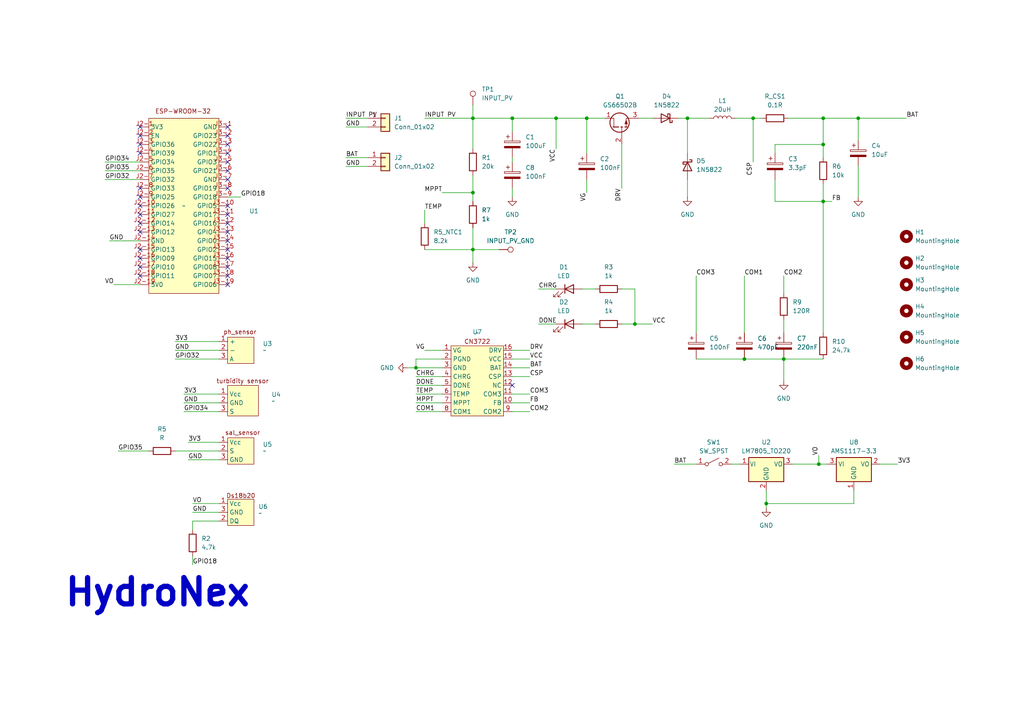
<source format=kicad_sch>
(kicad_sch
	(version 20250114)
	(generator "eeschema")
	(generator_version "9.0")
	(uuid "12355840-1134-4859-9999-837025f4644f")
	(paper "A4")
	(title_block
		(title "HydroNex")
		(date "2025-06-02")
		(company "Sustainable Innovators")
	)
	(lib_symbols
		(symbol "Connector:TestPoint"
			(pin_numbers
				(hide yes)
			)
			(pin_names
				(offset 0.762)
				(hide yes)
			)
			(exclude_from_sim no)
			(in_bom yes)
			(on_board yes)
			(property "Reference" "TP"
				(at 0 6.858 0)
				(effects
					(font
						(size 1.27 1.27)
					)
				)
			)
			(property "Value" "TestPoint"
				(at 0 5.08 0)
				(effects
					(font
						(size 1.27 1.27)
					)
				)
			)
			(property "Footprint" ""
				(at 5.08 0 0)
				(effects
					(font
						(size 1.27 1.27)
					)
					(hide yes)
				)
			)
			(property "Datasheet" "~"
				(at 5.08 0 0)
				(effects
					(font
						(size 1.27 1.27)
					)
					(hide yes)
				)
			)
			(property "Description" "test point"
				(at 0 0 0)
				(effects
					(font
						(size 1.27 1.27)
					)
					(hide yes)
				)
			)
			(property "ki_keywords" "test point tp"
				(at 0 0 0)
				(effects
					(font
						(size 1.27 1.27)
					)
					(hide yes)
				)
			)
			(property "ki_fp_filters" "Pin* Test*"
				(at 0 0 0)
				(effects
					(font
						(size 1.27 1.27)
					)
					(hide yes)
				)
			)
			(symbol "TestPoint_0_1"
				(circle
					(center 0 3.302)
					(radius 0.762)
					(stroke
						(width 0)
						(type default)
					)
					(fill
						(type none)
					)
				)
			)
			(symbol "TestPoint_1_1"
				(pin passive line
					(at 0 0 90)
					(length 2.54)
					(name "1"
						(effects
							(font
								(size 1.27 1.27)
							)
						)
					)
					(number "1"
						(effects
							(font
								(size 1.27 1.27)
							)
						)
					)
				)
			)
			(embedded_fonts no)
		)
		(symbol "Connector_Generic:Conn_01x02"
			(pin_names
				(offset 1.016)
				(hide yes)
			)
			(exclude_from_sim no)
			(in_bom yes)
			(on_board yes)
			(property "Reference" "J"
				(at 0 2.54 0)
				(effects
					(font
						(size 1.27 1.27)
					)
				)
			)
			(property "Value" "Conn_01x02"
				(at 0 -5.08 0)
				(effects
					(font
						(size 1.27 1.27)
					)
				)
			)
			(property "Footprint" ""
				(at 0 0 0)
				(effects
					(font
						(size 1.27 1.27)
					)
					(hide yes)
				)
			)
			(property "Datasheet" "~"
				(at 0 0 0)
				(effects
					(font
						(size 1.27 1.27)
					)
					(hide yes)
				)
			)
			(property "Description" "Generic connector, single row, 01x02, script generated (kicad-library-utils/schlib/autogen/connector/)"
				(at 0 0 0)
				(effects
					(font
						(size 1.27 1.27)
					)
					(hide yes)
				)
			)
			(property "ki_keywords" "connector"
				(at 0 0 0)
				(effects
					(font
						(size 1.27 1.27)
					)
					(hide yes)
				)
			)
			(property "ki_fp_filters" "Connector*:*_1x??_*"
				(at 0 0 0)
				(effects
					(font
						(size 1.27 1.27)
					)
					(hide yes)
				)
			)
			(symbol "Conn_01x02_1_1"
				(rectangle
					(start -1.27 1.27)
					(end 1.27 -3.81)
					(stroke
						(width 0.254)
						(type default)
					)
					(fill
						(type background)
					)
				)
				(rectangle
					(start -1.27 0.127)
					(end 0 -0.127)
					(stroke
						(width 0.1524)
						(type default)
					)
					(fill
						(type none)
					)
				)
				(rectangle
					(start -1.27 -2.413)
					(end 0 -2.667)
					(stroke
						(width 0.1524)
						(type default)
					)
					(fill
						(type none)
					)
				)
				(pin passive line
					(at -5.08 0 0)
					(length 3.81)
					(name "Pin_1"
						(effects
							(font
								(size 1.27 1.27)
							)
						)
					)
					(number "1"
						(effects
							(font
								(size 1.27 1.27)
							)
						)
					)
				)
				(pin passive line
					(at -5.08 -2.54 0)
					(length 3.81)
					(name "Pin_2"
						(effects
							(font
								(size 1.27 1.27)
							)
						)
					)
					(number "2"
						(effects
							(font
								(size 1.27 1.27)
							)
						)
					)
				)
			)
			(embedded_fonts no)
		)
		(symbol "Device:C_Polarized"
			(pin_numbers
				(hide yes)
			)
			(pin_names
				(offset 0.254)
			)
			(exclude_from_sim no)
			(in_bom yes)
			(on_board yes)
			(property "Reference" "C"
				(at 0.635 2.54 0)
				(effects
					(font
						(size 1.27 1.27)
					)
					(justify left)
				)
			)
			(property "Value" "C_Polarized"
				(at 0.635 -2.54 0)
				(effects
					(font
						(size 1.27 1.27)
					)
					(justify left)
				)
			)
			(property "Footprint" ""
				(at 0.9652 -3.81 0)
				(effects
					(font
						(size 1.27 1.27)
					)
					(hide yes)
				)
			)
			(property "Datasheet" "~"
				(at 0 0 0)
				(effects
					(font
						(size 1.27 1.27)
					)
					(hide yes)
				)
			)
			(property "Description" "Polarized capacitor"
				(at 0 0 0)
				(effects
					(font
						(size 1.27 1.27)
					)
					(hide yes)
				)
			)
			(property "ki_keywords" "cap capacitor"
				(at 0 0 0)
				(effects
					(font
						(size 1.27 1.27)
					)
					(hide yes)
				)
			)
			(property "ki_fp_filters" "CP_*"
				(at 0 0 0)
				(effects
					(font
						(size 1.27 1.27)
					)
					(hide yes)
				)
			)
			(symbol "C_Polarized_0_1"
				(rectangle
					(start -2.286 0.508)
					(end 2.286 1.016)
					(stroke
						(width 0)
						(type default)
					)
					(fill
						(type none)
					)
				)
				(polyline
					(pts
						(xy -1.778 2.286) (xy -0.762 2.286)
					)
					(stroke
						(width 0)
						(type default)
					)
					(fill
						(type none)
					)
				)
				(polyline
					(pts
						(xy -1.27 2.794) (xy -1.27 1.778)
					)
					(stroke
						(width 0)
						(type default)
					)
					(fill
						(type none)
					)
				)
				(rectangle
					(start 2.286 -0.508)
					(end -2.286 -1.016)
					(stroke
						(width 0)
						(type default)
					)
					(fill
						(type outline)
					)
				)
			)
			(symbol "C_Polarized_1_1"
				(pin passive line
					(at 0 3.81 270)
					(length 2.794)
					(name "~"
						(effects
							(font
								(size 1.27 1.27)
							)
						)
					)
					(number "1"
						(effects
							(font
								(size 1.27 1.27)
							)
						)
					)
				)
				(pin passive line
					(at 0 -3.81 90)
					(length 2.794)
					(name "~"
						(effects
							(font
								(size 1.27 1.27)
							)
						)
					)
					(number "2"
						(effects
							(font
								(size 1.27 1.27)
							)
						)
					)
				)
			)
			(embedded_fonts no)
		)
		(symbol "Device:L"
			(pin_numbers
				(hide yes)
			)
			(pin_names
				(offset 1.016)
				(hide yes)
			)
			(exclude_from_sim no)
			(in_bom yes)
			(on_board yes)
			(property "Reference" "L"
				(at -1.27 0 90)
				(effects
					(font
						(size 1.27 1.27)
					)
				)
			)
			(property "Value" "L"
				(at 1.905 0 90)
				(effects
					(font
						(size 1.27 1.27)
					)
				)
			)
			(property "Footprint" ""
				(at 0 0 0)
				(effects
					(font
						(size 1.27 1.27)
					)
					(hide yes)
				)
			)
			(property "Datasheet" "~"
				(at 0 0 0)
				(effects
					(font
						(size 1.27 1.27)
					)
					(hide yes)
				)
			)
			(property "Description" "Inductor"
				(at 0 0 0)
				(effects
					(font
						(size 1.27 1.27)
					)
					(hide yes)
				)
			)
			(property "ki_keywords" "inductor choke coil reactor magnetic"
				(at 0 0 0)
				(effects
					(font
						(size 1.27 1.27)
					)
					(hide yes)
				)
			)
			(property "ki_fp_filters" "Choke_* *Coil* Inductor_* L_*"
				(at 0 0 0)
				(effects
					(font
						(size 1.27 1.27)
					)
					(hide yes)
				)
			)
			(symbol "L_0_1"
				(arc
					(start 0 2.54)
					(mid 0.6323 1.905)
					(end 0 1.27)
					(stroke
						(width 0)
						(type default)
					)
					(fill
						(type none)
					)
				)
				(arc
					(start 0 1.27)
					(mid 0.6323 0.635)
					(end 0 0)
					(stroke
						(width 0)
						(type default)
					)
					(fill
						(type none)
					)
				)
				(arc
					(start 0 0)
					(mid 0.6323 -0.635)
					(end 0 -1.27)
					(stroke
						(width 0)
						(type default)
					)
					(fill
						(type none)
					)
				)
				(arc
					(start 0 -1.27)
					(mid 0.6323 -1.905)
					(end 0 -2.54)
					(stroke
						(width 0)
						(type default)
					)
					(fill
						(type none)
					)
				)
			)
			(symbol "L_1_1"
				(pin passive line
					(at 0 3.81 270)
					(length 1.27)
					(name "1"
						(effects
							(font
								(size 1.27 1.27)
							)
						)
					)
					(number "1"
						(effects
							(font
								(size 1.27 1.27)
							)
						)
					)
				)
				(pin passive line
					(at 0 -3.81 90)
					(length 1.27)
					(name "2"
						(effects
							(font
								(size 1.27 1.27)
							)
						)
					)
					(number "2"
						(effects
							(font
								(size 1.27 1.27)
							)
						)
					)
				)
			)
			(embedded_fonts no)
		)
		(symbol "Device:LED"
			(pin_numbers
				(hide yes)
			)
			(pin_names
				(offset 1.016)
				(hide yes)
			)
			(exclude_from_sim no)
			(in_bom yes)
			(on_board yes)
			(property "Reference" "D"
				(at 0 2.54 0)
				(effects
					(font
						(size 1.27 1.27)
					)
				)
			)
			(property "Value" "LED"
				(at 0 -2.54 0)
				(effects
					(font
						(size 1.27 1.27)
					)
				)
			)
			(property "Footprint" ""
				(at 0 0 0)
				(effects
					(font
						(size 1.27 1.27)
					)
					(hide yes)
				)
			)
			(property "Datasheet" "~"
				(at 0 0 0)
				(effects
					(font
						(size 1.27 1.27)
					)
					(hide yes)
				)
			)
			(property "Description" "Light emitting diode"
				(at 0 0 0)
				(effects
					(font
						(size 1.27 1.27)
					)
					(hide yes)
				)
			)
			(property "Sim.Pins" "1=K 2=A"
				(at 0 0 0)
				(effects
					(font
						(size 1.27 1.27)
					)
					(hide yes)
				)
			)
			(property "ki_keywords" "LED diode"
				(at 0 0 0)
				(effects
					(font
						(size 1.27 1.27)
					)
					(hide yes)
				)
			)
			(property "ki_fp_filters" "LED* LED_SMD:* LED_THT:*"
				(at 0 0 0)
				(effects
					(font
						(size 1.27 1.27)
					)
					(hide yes)
				)
			)
			(symbol "LED_0_1"
				(polyline
					(pts
						(xy -3.048 -0.762) (xy -4.572 -2.286) (xy -3.81 -2.286) (xy -4.572 -2.286) (xy -4.572 -1.524)
					)
					(stroke
						(width 0)
						(type default)
					)
					(fill
						(type none)
					)
				)
				(polyline
					(pts
						(xy -1.778 -0.762) (xy -3.302 -2.286) (xy -2.54 -2.286) (xy -3.302 -2.286) (xy -3.302 -1.524)
					)
					(stroke
						(width 0)
						(type default)
					)
					(fill
						(type none)
					)
				)
				(polyline
					(pts
						(xy -1.27 0) (xy 1.27 0)
					)
					(stroke
						(width 0)
						(type default)
					)
					(fill
						(type none)
					)
				)
				(polyline
					(pts
						(xy -1.27 -1.27) (xy -1.27 1.27)
					)
					(stroke
						(width 0.254)
						(type default)
					)
					(fill
						(type none)
					)
				)
				(polyline
					(pts
						(xy 1.27 -1.27) (xy 1.27 1.27) (xy -1.27 0) (xy 1.27 -1.27)
					)
					(stroke
						(width 0.254)
						(type default)
					)
					(fill
						(type none)
					)
				)
			)
			(symbol "LED_1_1"
				(pin passive line
					(at -3.81 0 0)
					(length 2.54)
					(name "K"
						(effects
							(font
								(size 1.27 1.27)
							)
						)
					)
					(number "1"
						(effects
							(font
								(size 1.27 1.27)
							)
						)
					)
				)
				(pin passive line
					(at 3.81 0 180)
					(length 2.54)
					(name "A"
						(effects
							(font
								(size 1.27 1.27)
							)
						)
					)
					(number "2"
						(effects
							(font
								(size 1.27 1.27)
							)
						)
					)
				)
			)
			(embedded_fonts no)
		)
		(symbol "Device:R"
			(pin_numbers
				(hide yes)
			)
			(pin_names
				(offset 0)
			)
			(exclude_from_sim no)
			(in_bom yes)
			(on_board yes)
			(property "Reference" "R"
				(at 2.032 0 90)
				(effects
					(font
						(size 1.27 1.27)
					)
				)
			)
			(property "Value" "R"
				(at 0 0 90)
				(effects
					(font
						(size 1.27 1.27)
					)
				)
			)
			(property "Footprint" ""
				(at -1.778 0 90)
				(effects
					(font
						(size 1.27 1.27)
					)
					(hide yes)
				)
			)
			(property "Datasheet" "~"
				(at 0 0 0)
				(effects
					(font
						(size 1.27 1.27)
					)
					(hide yes)
				)
			)
			(property "Description" "Resistor"
				(at 0 0 0)
				(effects
					(font
						(size 1.27 1.27)
					)
					(hide yes)
				)
			)
			(property "ki_keywords" "R res resistor"
				(at 0 0 0)
				(effects
					(font
						(size 1.27 1.27)
					)
					(hide yes)
				)
			)
			(property "ki_fp_filters" "R_*"
				(at 0 0 0)
				(effects
					(font
						(size 1.27 1.27)
					)
					(hide yes)
				)
			)
			(symbol "R_0_1"
				(rectangle
					(start -1.016 -2.54)
					(end 1.016 2.54)
					(stroke
						(width 0.254)
						(type default)
					)
					(fill
						(type none)
					)
				)
			)
			(symbol "R_1_1"
				(pin passive line
					(at 0 3.81 270)
					(length 1.27)
					(name "~"
						(effects
							(font
								(size 1.27 1.27)
							)
						)
					)
					(number "1"
						(effects
							(font
								(size 1.27 1.27)
							)
						)
					)
				)
				(pin passive line
					(at 0 -3.81 90)
					(length 1.27)
					(name "~"
						(effects
							(font
								(size 1.27 1.27)
							)
						)
					)
					(number "2"
						(effects
							(font
								(size 1.27 1.27)
							)
						)
					)
				)
			)
			(embedded_fonts no)
		)
		(symbol "Diode:1N5822"
			(pin_numbers
				(hide yes)
			)
			(pin_names
				(offset 1.016)
				(hide yes)
			)
			(exclude_from_sim no)
			(in_bom yes)
			(on_board yes)
			(property "Reference" "D"
				(at 0 2.54 0)
				(effects
					(font
						(size 1.27 1.27)
					)
				)
			)
			(property "Value" "1N5822"
				(at 0 -2.54 0)
				(effects
					(font
						(size 1.27 1.27)
					)
				)
			)
			(property "Footprint" "Diode_THT:D_DO-201AD_P15.24mm_Horizontal"
				(at 0 -4.445 0)
				(effects
					(font
						(size 1.27 1.27)
					)
					(hide yes)
				)
			)
			(property "Datasheet" "http://www.vishay.com/docs/88526/1n5820.pdf"
				(at 0 0 0)
				(effects
					(font
						(size 1.27 1.27)
					)
					(hide yes)
				)
			)
			(property "Description" "40V 3A Schottky Barrier Rectifier Diode, DO-201AD"
				(at 0 0 0)
				(effects
					(font
						(size 1.27 1.27)
					)
					(hide yes)
				)
			)
			(property "ki_keywords" "diode Schottky"
				(at 0 0 0)
				(effects
					(font
						(size 1.27 1.27)
					)
					(hide yes)
				)
			)
			(property "ki_fp_filters" "D*DO?201AD*"
				(at 0 0 0)
				(effects
					(font
						(size 1.27 1.27)
					)
					(hide yes)
				)
			)
			(symbol "1N5822_0_1"
				(polyline
					(pts
						(xy -1.905 0.635) (xy -1.905 1.27) (xy -1.27 1.27) (xy -1.27 -1.27) (xy -0.635 -1.27) (xy -0.635 -0.635)
					)
					(stroke
						(width 0.254)
						(type default)
					)
					(fill
						(type none)
					)
				)
				(polyline
					(pts
						(xy 1.27 1.27) (xy 1.27 -1.27) (xy -1.27 0) (xy 1.27 1.27)
					)
					(stroke
						(width 0.254)
						(type default)
					)
					(fill
						(type none)
					)
				)
				(polyline
					(pts
						(xy 1.27 0) (xy -1.27 0)
					)
					(stroke
						(width 0)
						(type default)
					)
					(fill
						(type none)
					)
				)
			)
			(symbol "1N5822_1_1"
				(pin passive line
					(at -3.81 0 0)
					(length 2.54)
					(name "K"
						(effects
							(font
								(size 1.27 1.27)
							)
						)
					)
					(number "1"
						(effects
							(font
								(size 1.27 1.27)
							)
						)
					)
				)
				(pin passive line
					(at 3.81 0 180)
					(length 2.54)
					(name "A"
						(effects
							(font
								(size 1.27 1.27)
							)
						)
					)
					(number "2"
						(effects
							(font
								(size 1.27 1.27)
							)
						)
					)
				)
			)
			(embedded_fonts no)
		)
		(symbol "HydroNex:CN3722"
			(exclude_from_sim no)
			(in_bom yes)
			(on_board yes)
			(property "Reference" "U"
				(at 25.4 -17.272 0)
				(effects
					(font
						(size 1.27 1.27)
					)
				)
			)
			(property "Value" ""
				(at 0 0 0)
				(effects
					(font
						(size 1.27 1.27)
					)
				)
			)
			(property "Footprint" ""
				(at 0 0 0)
				(effects
					(font
						(size 1.27 1.27)
					)
					(hide yes)
				)
			)
			(property "Datasheet" ""
				(at 0 0 0)
				(effects
					(font
						(size 1.27 1.27)
					)
					(hide yes)
				)
			)
			(property "Description" ""
				(at 0 0 0)
				(effects
					(font
						(size 1.27 1.27)
					)
					(hide yes)
				)
			)
			(symbol "CN3722_1_1"
				(rectangle
					(start -7.62 10.16)
					(end 7.62 -10.16)
					(stroke
						(width 0)
						(type solid)
					)
					(fill
						(type background)
					)
				)
				(text "CN3722"
					(at 0 11.43 0)
					(effects
						(font
							(size 1.27 1.27)
						)
					)
				)
				(pin power_in line
					(at -10.16 8.89 0)
					(length 2.54)
					(name "VG"
						(effects
							(font
								(size 1.27 1.27)
							)
						)
					)
					(number "1"
						(effects
							(font
								(size 1.27 1.27)
							)
						)
					)
				)
				(pin power_in line
					(at -10.16 6.35 0)
					(length 2.54)
					(name "PGND"
						(effects
							(font
								(size 1.27 1.27)
							)
						)
					)
					(number "2"
						(effects
							(font
								(size 1.27 1.27)
							)
						)
					)
				)
				(pin power_in line
					(at -10.16 3.81 0)
					(length 2.54)
					(name "GND"
						(effects
							(font
								(size 1.27 1.27)
							)
						)
					)
					(number "3"
						(effects
							(font
								(size 1.27 1.27)
							)
						)
					)
				)
				(pin bidirectional line
					(at -10.16 1.27 0)
					(length 2.54)
					(name "CHRG"
						(effects
							(font
								(size 1.27 1.27)
							)
						)
					)
					(number "4"
						(effects
							(font
								(size 1.27 1.27)
							)
						)
					)
				)
				(pin bidirectional line
					(at -10.16 -1.27 0)
					(length 2.54)
					(name "DONE"
						(effects
							(font
								(size 1.27 1.27)
							)
						)
					)
					(number "5"
						(effects
							(font
								(size 1.27 1.27)
							)
						)
					)
				)
				(pin bidirectional line
					(at -10.16 -3.81 0)
					(length 2.54)
					(name "TEMP"
						(effects
							(font
								(size 1.27 1.27)
							)
						)
					)
					(number "6"
						(effects
							(font
								(size 1.27 1.27)
							)
						)
					)
				)
				(pin bidirectional line
					(at -10.16 -6.35 0)
					(length 2.54)
					(name "MPPT"
						(effects
							(font
								(size 1.27 1.27)
							)
						)
					)
					(number "7"
						(effects
							(font
								(size 1.27 1.27)
							)
						)
					)
				)
				(pin bidirectional line
					(at -10.16 -8.89 0)
					(length 2.54)
					(name "COM1"
						(effects
							(font
								(size 1.27 1.27)
							)
						)
					)
					(number "8"
						(effects
							(font
								(size 1.27 1.27)
							)
						)
					)
				)
				(pin bidirectional line
					(at 10.16 8.89 180)
					(length 2.54)
					(name "DRV"
						(effects
							(font
								(size 1.27 1.27)
							)
						)
					)
					(number "16"
						(effects
							(font
								(size 1.27 1.27)
							)
						)
					)
				)
				(pin bidirectional line
					(at 10.16 6.35 180)
					(length 2.54)
					(name "VCC"
						(effects
							(font
								(size 1.27 1.27)
							)
						)
					)
					(number "15"
						(effects
							(font
								(size 1.27 1.27)
							)
						)
					)
				)
				(pin bidirectional line
					(at 10.16 3.81 180)
					(length 2.54)
					(name "BAT"
						(effects
							(font
								(size 1.27 1.27)
							)
						)
					)
					(number "14"
						(effects
							(font
								(size 1.27 1.27)
							)
						)
					)
				)
				(pin bidirectional line
					(at 10.16 1.27 180)
					(length 2.54)
					(name "CSP"
						(effects
							(font
								(size 1.27 1.27)
							)
						)
					)
					(number "13"
						(effects
							(font
								(size 1.27 1.27)
							)
						)
					)
				)
				(pin bidirectional line
					(at 10.16 -1.27 180)
					(length 2.54)
					(name "NC"
						(effects
							(font
								(size 1.27 1.27)
							)
						)
					)
					(number "12"
						(effects
							(font
								(size 1.27 1.27)
							)
						)
					)
				)
				(pin bidirectional line
					(at 10.16 -3.81 180)
					(length 2.54)
					(name "COM3"
						(effects
							(font
								(size 1.27 1.27)
							)
						)
					)
					(number "11"
						(effects
							(font
								(size 1.27 1.27)
							)
						)
					)
				)
				(pin bidirectional line
					(at 10.16 -6.35 180)
					(length 2.54)
					(name "FB"
						(effects
							(font
								(size 1.27 1.27)
							)
						)
					)
					(number "10"
						(effects
							(font
								(size 1.27 1.27)
							)
						)
					)
				)
				(pin bidirectional line
					(at 10.16 -8.89 180)
					(length 2.54)
					(name "COM2"
						(effects
							(font
								(size 1.27 1.27)
							)
						)
					)
					(number "9"
						(effects
							(font
								(size 1.27 1.27)
							)
						)
					)
				)
			)
			(embedded_fonts no)
		)
		(symbol "HydroNex:Ds18B20"
			(exclude_from_sim no)
			(in_bom yes)
			(on_board yes)
			(property "Reference" "U"
				(at 3.048 -2.54 0)
				(effects
					(font
						(size 1.27 1.27)
					)
				)
			)
			(property "Value" ""
				(at 0 0 0)
				(effects
					(font
						(size 1.27 1.27)
					)
				)
			)
			(property "Footprint" ""
				(at 0 0 0)
				(effects
					(font
						(size 1.27 1.27)
					)
					(hide yes)
				)
			)
			(property "Datasheet" ""
				(at 0 0 0)
				(effects
					(font
						(size 1.27 1.27)
					)
					(hide yes)
				)
			)
			(property "Description" ""
				(at 0 0 0)
				(effects
					(font
						(size 1.27 1.27)
					)
					(hide yes)
				)
			)
			(symbol "Ds18B20_1_1"
				(rectangle
					(start -3.81 3.81)
					(end 3.81 -3.81)
					(stroke
						(width 0)
						(type solid)
					)
					(fill
						(type background)
					)
				)
				(text "Ds18b20"
					(at 0 4.826 0)
					(effects
						(font
							(size 1.27 1.27)
						)
					)
				)
				(pin power_out line
					(at -6.35 2.54 0)
					(length 2.54)
					(name "Vcc"
						(effects
							(font
								(size 1.27 1.27)
							)
						)
					)
					(number "1"
						(effects
							(font
								(size 1.27 1.27)
							)
						)
					)
				)
				(pin power_in line
					(at -6.35 0 0)
					(length 2.54)
					(name "GND"
						(effects
							(font
								(size 1.27 1.27)
							)
						)
					)
					(number "3"
						(effects
							(font
								(size 1.27 1.27)
							)
						)
					)
				)
				(pin bidirectional line
					(at -6.35 -2.54 0)
					(length 2.54)
					(name "DQ"
						(effects
							(font
								(size 1.27 1.27)
							)
						)
					)
					(number "2"
						(effects
							(font
								(size 1.27 1.27)
							)
						)
					)
				)
			)
			(embedded_fonts no)
		)
		(symbol "HydroNex:ESP32-WROOM-32"
			(exclude_from_sim no)
			(in_bom yes)
			(on_board yes)
			(property "Reference" "U"
				(at 20.32 -1.524 0)
				(effects
					(font
						(size 1.27 1.27)
					)
				)
			)
			(property "Value" ""
				(at 0 0 0)
				(effects
					(font
						(size 1.27 1.27)
					)
				)
			)
			(property "Footprint" ""
				(at 0 0 0)
				(effects
					(font
						(size 1.27 1.27)
					)
					(hide yes)
				)
			)
			(property "Datasheet" ""
				(at 0 0 0)
				(effects
					(font
						(size 1.27 1.27)
					)
					(hide yes)
				)
			)
			(property "Description" ""
				(at 0 0 0)
				(effects
					(font
						(size 1.27 1.27)
					)
					(hide yes)
				)
			)
			(symbol "ESP32-WROOM-32_1_1"
				(rectangle
					(start -10.16 25.4)
					(end 10.16 -25.4)
					(stroke
						(width 0)
						(type solid)
					)
					(fill
						(type background)
					)
				)
				(text "ESP-WROOM-32"
					(at -0.254 27.432 0)
					(effects
						(font
							(size 1.27 1.27)
						)
					)
				)
				(pin power_out line
					(at -12.7 22.86 0)
					(length 2.54)
					(name "3V3"
						(effects
							(font
								(size 1.27 1.27)
							)
						)
					)
					(number "J2-1"
						(effects
							(font
								(size 1.27 1.27)
							)
						)
					)
				)
				(pin input line
					(at -12.7 20.32 0)
					(length 2.54)
					(name "EN"
						(effects
							(font
								(size 1.27 1.27)
							)
						)
					)
					(number "J2-2"
						(effects
							(font
								(size 1.27 1.27)
							)
						)
					)
				)
				(pin input line
					(at -12.7 17.78 0)
					(length 2.54)
					(name "GPIO36"
						(effects
							(font
								(size 1.27 1.27)
							)
						)
					)
					(number "J2-3"
						(effects
							(font
								(size 1.27 1.27)
							)
						)
					)
				)
				(pin input line
					(at -12.7 15.24 0)
					(length 2.54)
					(name "GPIO39"
						(effects
							(font
								(size 1.27 1.27)
							)
						)
					)
					(number "J2-4"
						(effects
							(font
								(size 1.27 1.27)
							)
						)
					)
				)
				(pin input line
					(at -12.7 12.7 0)
					(length 2.54)
					(name "GPIO34"
						(effects
							(font
								(size 1.27 1.27)
							)
						)
					)
					(number "J2-5"
						(effects
							(font
								(size 1.27 1.27)
							)
						)
					)
				)
				(pin input line
					(at -12.7 10.16 0)
					(length 2.54)
					(name "GPIO35"
						(effects
							(font
								(size 1.27 1.27)
							)
						)
					)
					(number "J2-6"
						(effects
							(font
								(size 1.27 1.27)
							)
						)
					)
				)
				(pin bidirectional line
					(at -12.7 7.62 0)
					(length 2.54)
					(name "GPIO32"
						(effects
							(font
								(size 1.27 1.27)
							)
						)
					)
					(number "J2-7"
						(effects
							(font
								(size 1.27 1.27)
							)
						)
					)
				)
				(pin bidirectional line
					(at -12.7 5.08 0)
					(length 2.54)
					(name "GPIO33"
						(effects
							(font
								(size 1.27 1.27)
							)
						)
					)
					(number "J2-8"
						(effects
							(font
								(size 1.27 1.27)
							)
						)
					)
				)
				(pin bidirectional line
					(at -12.7 2.54 0)
					(length 2.54)
					(name "GPIO25"
						(effects
							(font
								(size 1.27 1.27)
							)
						)
					)
					(number "J2-9"
						(effects
							(font
								(size 1.27 1.27)
							)
						)
					)
				)
				(pin bidirectional line
					(at -12.7 0 0)
					(length 2.54)
					(name "GPIO26"
						(effects
							(font
								(size 1.27 1.27)
							)
						)
					)
					(number "J2-10"
						(effects
							(font
								(size 1.27 1.27)
							)
						)
					)
				)
				(pin bidirectional line
					(at -12.7 -2.54 0)
					(length 2.54)
					(name "GPIO27"
						(effects
							(font
								(size 1.27 1.27)
							)
						)
					)
					(number "J2-11"
						(effects
							(font
								(size 1.27 1.27)
							)
						)
					)
				)
				(pin bidirectional line
					(at -12.7 -5.08 0)
					(length 2.54)
					(name "GPIO14"
						(effects
							(font
								(size 1.27 1.27)
							)
						)
					)
					(number "J2-12"
						(effects
							(font
								(size 1.27 1.27)
							)
						)
					)
				)
				(pin bidirectional line
					(at -12.7 -7.62 0)
					(length 2.54)
					(name "GPIO12"
						(effects
							(font
								(size 1.27 1.27)
							)
						)
					)
					(number "J2-13"
						(effects
							(font
								(size 1.27 1.27)
							)
						)
					)
				)
				(pin power_in line
					(at -12.7 -10.16 0)
					(length 2.54)
					(name "GND"
						(effects
							(font
								(size 1.27 1.27)
							)
						)
					)
					(number "J2-14"
						(effects
							(font
								(size 1.27 1.27)
							)
						)
					)
				)
				(pin bidirectional line
					(at -12.7 -12.7 0)
					(length 2.54)
					(name "GPIO13"
						(effects
							(font
								(size 1.27 1.27)
							)
						)
					)
					(number "J2-15"
						(effects
							(font
								(size 1.27 1.27)
							)
						)
					)
				)
				(pin bidirectional line
					(at -12.7 -15.24 0)
					(length 2.54)
					(name "GPIO09"
						(effects
							(font
								(size 1.27 1.27)
							)
						)
					)
					(number "J2-16"
						(effects
							(font
								(size 1.27 1.27)
							)
						)
					)
				)
				(pin bidirectional line
					(at -12.7 -17.78 0)
					(length 2.54)
					(name "GPIO10"
						(effects
							(font
								(size 1.27 1.27)
							)
						)
					)
					(number "J2-17"
						(effects
							(font
								(size 1.27 1.27)
							)
						)
					)
				)
				(pin bidirectional line
					(at -12.7 -20.32 0)
					(length 2.54)
					(name "GPIO11"
						(effects
							(font
								(size 1.27 1.27)
							)
						)
					)
					(number "J2-18"
						(effects
							(font
								(size 1.27 1.27)
							)
						)
					)
				)
				(pin power_out line
					(at -12.7 -22.86 0)
					(length 2.54)
					(name "5V0"
						(effects
							(font
								(size 1.27 1.27)
							)
						)
					)
					(number "J2-19"
						(effects
							(font
								(size 1.27 1.27)
							)
						)
					)
				)
				(pin power_in line
					(at 12.7 22.86 180)
					(length 2.54)
					(name "GND"
						(effects
							(font
								(size 1.27 1.27)
							)
						)
					)
					(number "J3-1"
						(effects
							(font
								(size 1.27 1.27)
							)
						)
					)
				)
				(pin bidirectional line
					(at 12.7 20.32 180)
					(length 2.54)
					(name "GPIO23"
						(effects
							(font
								(size 1.27 1.27)
							)
						)
					)
					(number "J3-2"
						(effects
							(font
								(size 1.27 1.27)
							)
						)
					)
				)
				(pin bidirectional line
					(at 12.7 17.78 180)
					(length 2.54)
					(name "GPIO22"
						(effects
							(font
								(size 1.27 1.27)
							)
						)
					)
					(number "J3-3"
						(effects
							(font
								(size 1.27 1.27)
							)
						)
					)
				)
				(pin bidirectional line
					(at 12.7 15.24 180)
					(length 2.54)
					(name "GPIO1"
						(effects
							(font
								(size 1.27 1.27)
							)
						)
					)
					(number "J3-4"
						(effects
							(font
								(size 1.27 1.27)
							)
						)
					)
				)
				(pin bidirectional line
					(at 12.7 12.7 180)
					(length 2.54)
					(name "GPIO3"
						(effects
							(font
								(size 1.27 1.27)
							)
						)
					)
					(number "J3-5"
						(effects
							(font
								(size 1.27 1.27)
							)
						)
					)
				)
				(pin bidirectional line
					(at 12.7 10.16 180)
					(length 2.54)
					(name "GPIO21"
						(effects
							(font
								(size 1.27 1.27)
							)
						)
					)
					(number "J3-6"
						(effects
							(font
								(size 1.27 1.27)
							)
						)
					)
				)
				(pin power_in line
					(at 12.7 7.62 180)
					(length 2.54)
					(name "GND"
						(effects
							(font
								(size 1.27 1.27)
							)
						)
					)
					(number "J3-7"
						(effects
							(font
								(size 1.27 1.27)
							)
						)
					)
				)
				(pin bidirectional line
					(at 12.7 5.08 180)
					(length 2.54)
					(name "GPIO19"
						(effects
							(font
								(size 1.27 1.27)
							)
						)
					)
					(number "J3-8"
						(effects
							(font
								(size 1.27 1.27)
							)
						)
					)
				)
				(pin bidirectional line
					(at 12.7 2.54 180)
					(length 2.54)
					(name "GPIO18"
						(effects
							(font
								(size 1.27 1.27)
							)
						)
					)
					(number "J3-9"
						(effects
							(font
								(size 1.27 1.27)
							)
						)
					)
				)
				(pin bidirectional line
					(at 12.7 0 180)
					(length 2.54)
					(name "GPIO5"
						(effects
							(font
								(size 1.27 1.27)
							)
						)
					)
					(number "J3-10"
						(effects
							(font
								(size 1.27 1.27)
							)
						)
					)
				)
				(pin bidirectional line
					(at 12.7 -2.54 180)
					(length 2.54)
					(name "GPIO17"
						(effects
							(font
								(size 1.27 1.27)
							)
						)
					)
					(number "J3-11"
						(effects
							(font
								(size 1.27 1.27)
							)
						)
					)
				)
				(pin bidirectional line
					(at 12.7 -5.08 180)
					(length 2.54)
					(name "GPIO16"
						(effects
							(font
								(size 1.27 1.27)
							)
						)
					)
					(number "J3-12"
						(effects
							(font
								(size 1.27 1.27)
							)
						)
					)
				)
				(pin bidirectional line
					(at 12.7 -7.62 180)
					(length 2.54)
					(name "GPIO4"
						(effects
							(font
								(size 1.27 1.27)
							)
						)
					)
					(number "J3-13"
						(effects
							(font
								(size 1.27 1.27)
							)
						)
					)
				)
				(pin bidirectional line
					(at 12.7 -10.16 180)
					(length 2.54)
					(name "GPIO0"
						(effects
							(font
								(size 1.27 1.27)
							)
						)
					)
					(number "J3-14"
						(effects
							(font
								(size 1.27 1.27)
							)
						)
					)
				)
				(pin bidirectional line
					(at 12.7 -12.7 180)
					(length 2.54)
					(name "GPIO2"
						(effects
							(font
								(size 1.27 1.27)
							)
						)
					)
					(number "J3-15"
						(effects
							(font
								(size 1.27 1.27)
							)
						)
					)
				)
				(pin bidirectional line
					(at 12.7 -15.24 180)
					(length 2.54)
					(name "GPIO15"
						(effects
							(font
								(size 1.27 1.27)
							)
						)
					)
					(number "J3-16"
						(effects
							(font
								(size 1.27 1.27)
							)
						)
					)
				)
				(pin bidirectional line
					(at 12.7 -17.78 180)
					(length 2.54)
					(name "GPIO08"
						(effects
							(font
								(size 1.27 1.27)
							)
						)
					)
					(number "J3-17"
						(effects
							(font
								(size 1.27 1.27)
							)
						)
					)
				)
				(pin bidirectional line
					(at 12.7 -20.32 180)
					(length 2.54)
					(name "GPIO07"
						(effects
							(font
								(size 1.27 1.27)
							)
						)
					)
					(number "J3-18"
						(effects
							(font
								(size 1.27 1.27)
							)
						)
					)
				)
				(pin bidirectional line
					(at 12.7 -22.86 180)
					(length 2.54)
					(name "GPIO06"
						(effects
							(font
								(size 1.27 1.27)
							)
						)
					)
					(number "J3-19"
						(effects
							(font
								(size 1.27 1.27)
							)
						)
					)
				)
			)
			(embedded_fonts no)
		)
		(symbol "HydroNex:ph_sensor"
			(exclude_from_sim no)
			(in_bom yes)
			(on_board yes)
			(property "Reference" "U"
				(at 1.27 0 0)
				(effects
					(font
						(size 1.27 1.27)
					)
				)
			)
			(property "Value" ""
				(at 0 0 0)
				(effects
					(font
						(size 1.27 1.27)
					)
				)
			)
			(property "Footprint" ""
				(at 0 0 0)
				(effects
					(font
						(size 1.27 1.27)
					)
					(hide yes)
				)
			)
			(property "Datasheet" ""
				(at 0 0 0)
				(effects
					(font
						(size 1.27 1.27)
					)
					(hide yes)
				)
			)
			(property "Description" ""
				(at 0 0 0)
				(effects
					(font
						(size 1.27 1.27)
					)
					(hide yes)
				)
			)
			(symbol "ph_sensor_1_1"
				(rectangle
					(start -3.81 3.81)
					(end 3.81 -3.81)
					(stroke
						(width 0)
						(type solid)
					)
					(fill
						(type background)
					)
				)
				(text "ph_sensor"
					(at -0.254 5.334 0)
					(effects
						(font
							(size 1.27 1.27)
						)
					)
				)
				(pin power_out line
					(at -6.35 2.54 0)
					(length 2.54)
					(name "+"
						(effects
							(font
								(size 1.27 1.27)
							)
						)
					)
					(number "1"
						(effects
							(font
								(size 1.27 1.27)
							)
						)
					)
				)
				(pin power_in line
					(at -6.35 0 0)
					(length 2.54)
					(name "-"
						(effects
							(font
								(size 1.27 1.27)
							)
						)
					)
					(number "2"
						(effects
							(font
								(size 1.27 1.27)
							)
						)
					)
				)
				(pin bidirectional line
					(at -6.35 -2.54 0)
					(length 2.54)
					(name "A"
						(effects
							(font
								(size 1.27 1.27)
							)
						)
					)
					(number "3"
						(effects
							(font
								(size 1.27 1.27)
							)
						)
					)
				)
			)
			(embedded_fonts no)
		)
		(symbol "HydroNex:sal_sensor"
			(exclude_from_sim no)
			(in_bom yes)
			(on_board yes)
			(property "Reference" "U"
				(at 3.556 -2.794 0)
				(effects
					(font
						(size 1.27 1.27)
					)
				)
			)
			(property "Value" ""
				(at 0 0 0)
				(effects
					(font
						(size 1.27 1.27)
					)
				)
			)
			(property "Footprint" ""
				(at 0 0 0)
				(effects
					(font
						(size 1.27 1.27)
					)
					(hide yes)
				)
			)
			(property "Datasheet" ""
				(at 0 0 0)
				(effects
					(font
						(size 1.27 1.27)
					)
					(hide yes)
				)
			)
			(property "Description" ""
				(at 0 0 0)
				(effects
					(font
						(size 1.27 1.27)
					)
					(hide yes)
				)
			)
			(symbol "sal_sensor_1_1"
				(rectangle
					(start -2.54 3.81)
					(end 5.08 -3.81)
					(stroke
						(width 0)
						(type solid)
					)
					(fill
						(type background)
					)
				)
				(text "sal_sensor"
					(at 1.778 5.334 0)
					(effects
						(font
							(size 1.27 1.27)
						)
					)
				)
				(pin power_out line
					(at -5.08 2.54 0)
					(length 2.54)
					(name "Vcc"
						(effects
							(font
								(size 1.27 1.27)
							)
						)
					)
					(number "1"
						(effects
							(font
								(size 1.27 1.27)
							)
						)
					)
				)
				(pin bidirectional line
					(at -5.08 0 0)
					(length 2.54)
					(name "S"
						(effects
							(font
								(size 1.27 1.27)
							)
						)
					)
					(number "2"
						(effects
							(font
								(size 1.27 1.27)
							)
						)
					)
				)
				(pin power_in line
					(at -5.08 -2.54 0)
					(length 2.54)
					(name "GND"
						(effects
							(font
								(size 1.27 1.27)
							)
						)
					)
					(number "3"
						(effects
							(font
								(size 1.27 1.27)
							)
						)
					)
				)
			)
			(embedded_fonts no)
		)
		(symbol "HydroNex:turbidity sensor"
			(exclude_from_sim no)
			(in_bom yes)
			(on_board yes)
			(property "Reference" "U"
				(at 2.794 -2.794 0)
				(effects
					(font
						(size 1.27 1.27)
					)
				)
			)
			(property "Value" ""
				(at 0 0 0)
				(effects
					(font
						(size 1.27 1.27)
					)
				)
			)
			(property "Footprint" ""
				(at 0 0 0)
				(effects
					(font
						(size 1.27 1.27)
					)
					(hide yes)
				)
			)
			(property "Datasheet" ""
				(at 0 0 0)
				(effects
					(font
						(size 1.27 1.27)
					)
					(hide yes)
				)
			)
			(property "Description" ""
				(at 0 0 0)
				(effects
					(font
						(size 1.27 1.27)
					)
					(hide yes)
				)
			)
			(symbol "turbidity sensor_1_1"
				(rectangle
					(start -5.08 5.08)
					(end 3.81 -3.81)
					(stroke
						(width 0)
						(type solid)
					)
					(fill
						(type background)
					)
				)
				(text "turbidity sensor"
					(at -0.762 6.35 0)
					(effects
						(font
							(size 1.27 1.27)
						)
					)
				)
				(pin power_out line
					(at -7.62 2.54 0)
					(length 2.54)
					(name "Vcc"
						(effects
							(font
								(size 1.27 1.27)
							)
						)
					)
					(number "1"
						(effects
							(font
								(size 1.27 1.27)
							)
						)
					)
				)
				(pin power_in line
					(at -7.62 0 0)
					(length 2.54)
					(name "GND"
						(effects
							(font
								(size 1.27 1.27)
							)
						)
					)
					(number "2"
						(effects
							(font
								(size 1.27 1.27)
							)
						)
					)
				)
				(pin output line
					(at -7.62 -2.54 0)
					(length 2.54)
					(name "S"
						(effects
							(font
								(size 1.27 1.27)
							)
						)
					)
					(number "3"
						(effects
							(font
								(size 1.27 1.27)
							)
						)
					)
				)
			)
			(embedded_fonts no)
		)
		(symbol "Mechanical:MountingHole"
			(pin_names
				(offset 1.016)
			)
			(exclude_from_sim no)
			(in_bom no)
			(on_board yes)
			(property "Reference" "H"
				(at 0 5.08 0)
				(effects
					(font
						(size 1.27 1.27)
					)
				)
			)
			(property "Value" "MountingHole"
				(at 0 3.175 0)
				(effects
					(font
						(size 1.27 1.27)
					)
				)
			)
			(property "Footprint" ""
				(at 0 0 0)
				(effects
					(font
						(size 1.27 1.27)
					)
					(hide yes)
				)
			)
			(property "Datasheet" "~"
				(at 0 0 0)
				(effects
					(font
						(size 1.27 1.27)
					)
					(hide yes)
				)
			)
			(property "Description" "Mounting Hole without connection"
				(at 0 0 0)
				(effects
					(font
						(size 1.27 1.27)
					)
					(hide yes)
				)
			)
			(property "ki_keywords" "mounting hole"
				(at 0 0 0)
				(effects
					(font
						(size 1.27 1.27)
					)
					(hide yes)
				)
			)
			(property "ki_fp_filters" "MountingHole*"
				(at 0 0 0)
				(effects
					(font
						(size 1.27 1.27)
					)
					(hide yes)
				)
			)
			(symbol "MountingHole_0_1"
				(circle
					(center 0 0)
					(radius 1.27)
					(stroke
						(width 1.27)
						(type default)
					)
					(fill
						(type none)
					)
				)
			)
			(embedded_fonts no)
		)
		(symbol "Regulator_Linear:AMS1117-3.3"
			(exclude_from_sim no)
			(in_bom yes)
			(on_board yes)
			(property "Reference" "U"
				(at -3.81 3.175 0)
				(effects
					(font
						(size 1.27 1.27)
					)
				)
			)
			(property "Value" "AMS1117-3.3"
				(at 0 3.175 0)
				(effects
					(font
						(size 1.27 1.27)
					)
					(justify left)
				)
			)
			(property "Footprint" "Package_TO_SOT_SMD:SOT-223-3_TabPin2"
				(at 0 5.08 0)
				(effects
					(font
						(size 1.27 1.27)
					)
					(hide yes)
				)
			)
			(property "Datasheet" "http://www.advanced-monolithic.com/pdf/ds1117.pdf"
				(at 2.54 -6.35 0)
				(effects
					(font
						(size 1.27 1.27)
					)
					(hide yes)
				)
			)
			(property "Description" "1A Low Dropout regulator, positive, 3.3V fixed output, SOT-223"
				(at 0 0 0)
				(effects
					(font
						(size 1.27 1.27)
					)
					(hide yes)
				)
			)
			(property "ki_keywords" "linear regulator ldo fixed positive"
				(at 0 0 0)
				(effects
					(font
						(size 1.27 1.27)
					)
					(hide yes)
				)
			)
			(property "ki_fp_filters" "SOT?223*TabPin2*"
				(at 0 0 0)
				(effects
					(font
						(size 1.27 1.27)
					)
					(hide yes)
				)
			)
			(symbol "AMS1117-3.3_0_1"
				(rectangle
					(start -5.08 -5.08)
					(end 5.08 1.905)
					(stroke
						(width 0.254)
						(type default)
					)
					(fill
						(type background)
					)
				)
			)
			(symbol "AMS1117-3.3_1_1"
				(pin power_in line
					(at -7.62 0 0)
					(length 2.54)
					(name "VI"
						(effects
							(font
								(size 1.27 1.27)
							)
						)
					)
					(number "3"
						(effects
							(font
								(size 1.27 1.27)
							)
						)
					)
				)
				(pin power_in line
					(at 0 -7.62 90)
					(length 2.54)
					(name "GND"
						(effects
							(font
								(size 1.27 1.27)
							)
						)
					)
					(number "1"
						(effects
							(font
								(size 1.27 1.27)
							)
						)
					)
				)
				(pin power_out line
					(at 7.62 0 180)
					(length 2.54)
					(name "VO"
						(effects
							(font
								(size 1.27 1.27)
							)
						)
					)
					(number "2"
						(effects
							(font
								(size 1.27 1.27)
							)
						)
					)
				)
			)
			(embedded_fonts no)
		)
		(symbol "Regulator_Linear:LM7805_TO220"
			(pin_names
				(offset 0.254)
			)
			(exclude_from_sim no)
			(in_bom yes)
			(on_board yes)
			(property "Reference" "U"
				(at -3.81 3.175 0)
				(effects
					(font
						(size 1.27 1.27)
					)
				)
			)
			(property "Value" "LM7805_TO220"
				(at 0 3.175 0)
				(effects
					(font
						(size 1.27 1.27)
					)
					(justify left)
				)
			)
			(property "Footprint" "Package_TO_SOT_THT:TO-220-3_Vertical"
				(at 0 5.715 0)
				(effects
					(font
						(size 1.27 1.27)
						(italic yes)
					)
					(hide yes)
				)
			)
			(property "Datasheet" "https://www.onsemi.cn/PowerSolutions/document/MC7800-D.PDF"
				(at 0 -1.27 0)
				(effects
					(font
						(size 1.27 1.27)
					)
					(hide yes)
				)
			)
			(property "Description" "Positive 1A 35V Linear Regulator, Fixed Output 5V, TO-220"
				(at 0 0 0)
				(effects
					(font
						(size 1.27 1.27)
					)
					(hide yes)
				)
			)
			(property "ki_keywords" "Voltage Regulator 1A Positive"
				(at 0 0 0)
				(effects
					(font
						(size 1.27 1.27)
					)
					(hide yes)
				)
			)
			(property "ki_fp_filters" "TO?220*"
				(at 0 0 0)
				(effects
					(font
						(size 1.27 1.27)
					)
					(hide yes)
				)
			)
			(symbol "LM7805_TO220_0_1"
				(rectangle
					(start -5.08 1.905)
					(end 5.08 -5.08)
					(stroke
						(width 0.254)
						(type default)
					)
					(fill
						(type background)
					)
				)
			)
			(symbol "LM7805_TO220_1_1"
				(pin power_in line
					(at -7.62 0 0)
					(length 2.54)
					(name "VI"
						(effects
							(font
								(size 1.27 1.27)
							)
						)
					)
					(number "1"
						(effects
							(font
								(size 1.27 1.27)
							)
						)
					)
				)
				(pin power_in line
					(at 0 -7.62 90)
					(length 2.54)
					(name "GND"
						(effects
							(font
								(size 1.27 1.27)
							)
						)
					)
					(number "2"
						(effects
							(font
								(size 1.27 1.27)
							)
						)
					)
				)
				(pin power_out line
					(at 7.62 0 180)
					(length 2.54)
					(name "VO"
						(effects
							(font
								(size 1.27 1.27)
							)
						)
					)
					(number "3"
						(effects
							(font
								(size 1.27 1.27)
							)
						)
					)
				)
			)
			(embedded_fonts no)
		)
		(symbol "Switch:SW_SPST"
			(pin_names
				(offset 0)
				(hide yes)
			)
			(exclude_from_sim no)
			(in_bom yes)
			(on_board yes)
			(property "Reference" "SW"
				(at 0 3.175 0)
				(effects
					(font
						(size 1.27 1.27)
					)
				)
			)
			(property "Value" "SW_SPST"
				(at 0 -2.54 0)
				(effects
					(font
						(size 1.27 1.27)
					)
				)
			)
			(property "Footprint" ""
				(at 0 0 0)
				(effects
					(font
						(size 1.27 1.27)
					)
					(hide yes)
				)
			)
			(property "Datasheet" "~"
				(at 0 0 0)
				(effects
					(font
						(size 1.27 1.27)
					)
					(hide yes)
				)
			)
			(property "Description" "Single Pole Single Throw (SPST) switch"
				(at 0 0 0)
				(effects
					(font
						(size 1.27 1.27)
					)
					(hide yes)
				)
			)
			(property "ki_keywords" "switch lever"
				(at 0 0 0)
				(effects
					(font
						(size 1.27 1.27)
					)
					(hide yes)
				)
			)
			(symbol "SW_SPST_0_0"
				(circle
					(center -2.032 0)
					(radius 0.508)
					(stroke
						(width 0)
						(type default)
					)
					(fill
						(type none)
					)
				)
				(polyline
					(pts
						(xy -1.524 0.254) (xy 1.524 1.778)
					)
					(stroke
						(width 0)
						(type default)
					)
					(fill
						(type none)
					)
				)
				(circle
					(center 2.032 0)
					(radius 0.508)
					(stroke
						(width 0)
						(type default)
					)
					(fill
						(type none)
					)
				)
			)
			(symbol "SW_SPST_1_1"
				(pin passive line
					(at -5.08 0 0)
					(length 2.54)
					(name "A"
						(effects
							(font
								(size 1.27 1.27)
							)
						)
					)
					(number "1"
						(effects
							(font
								(size 1.27 1.27)
							)
						)
					)
				)
				(pin passive line
					(at 5.08 0 180)
					(length 2.54)
					(name "B"
						(effects
							(font
								(size 1.27 1.27)
							)
						)
					)
					(number "2"
						(effects
							(font
								(size 1.27 1.27)
							)
						)
					)
				)
			)
			(embedded_fonts no)
		)
		(symbol "Transistor_FET:GS66502B"
			(pin_names
				(offset 0)
				(hide yes)
			)
			(exclude_from_sim no)
			(in_bom yes)
			(on_board yes)
			(property "Reference" "Q"
				(at 5.08 1.905 0)
				(effects
					(font
						(size 1.27 1.27)
					)
					(justify left)
				)
			)
			(property "Value" "GS66502B"
				(at 5.08 0 0)
				(effects
					(font
						(size 1.27 1.27)
					)
					(justify left)
				)
			)
			(property "Footprint" "Transistor_Power:GaN_Systems_GaNPX-3_5x6.6mm_Drain2.93x0.6mm"
				(at 5.08 -1.905 0)
				(effects
					(font
						(size 1.27 1.27)
						(italic yes)
					)
					(justify left)
					(hide yes)
				)
			)
			(property "Datasheet" "https://gansystems.com/wp-content/uploads/2020/04/GS66502B-DS-Rev-200402.pdf"
				(at 5.08 -3.81 0)
				(effects
					(font
						(size 1.27 1.27)
					)
					(justify left)
					(hide yes)
				)
			)
			(property "Description" "Bottom-side cooled 650 V E-mode GaN transistor, 7.5A Id, GaN_PX"
				(at 0 0 0)
				(effects
					(font
						(size 1.27 1.27)
					)
					(hide yes)
				)
			)
			(property "ki_keywords" "gan hemt bottom-side-cooled enhancement-mode"
				(at 0 0 0)
				(effects
					(font
						(size 1.27 1.27)
					)
					(hide yes)
				)
			)
			(property "ki_fp_filters" "GaN?Systems?GaNPX*5x6.6mm*Drain2.93x0.6mm*"
				(at 0 0 0)
				(effects
					(font
						(size 1.27 1.27)
					)
					(hide yes)
				)
			)
			(symbol "GS66502B_0_1"
				(polyline
					(pts
						(xy 0 2.286) (xy 2.54 2.286)
					)
					(stroke
						(width 0)
						(type default)
					)
					(fill
						(type none)
					)
				)
				(polyline
					(pts
						(xy 0 0) (xy -2.54 0)
					)
					(stroke
						(width 0)
						(type default)
					)
					(fill
						(type none)
					)
				)
				(circle
					(center 1.27 0.635)
					(radius 2.794)
					(stroke
						(width 0.254)
						(type default)
					)
					(fill
						(type none)
					)
				)
				(polyline
					(pts
						(xy 1.905 -1.27) (xy 0.889 -0.889) (xy 0.889 -1.651) (xy 1.905 -1.27)
					)
					(stroke
						(width 0)
						(type default)
					)
					(fill
						(type outline)
					)
				)
				(polyline
					(pts
						(xy 2.54 2.286) (xy 2.54 2.54)
					)
					(stroke
						(width 0)
						(type default)
					)
					(fill
						(type none)
					)
				)
				(polyline
					(pts
						(xy 2.54 -1.27) (xy 0 -1.27)
					)
					(stroke
						(width 0)
						(type default)
					)
					(fill
						(type none)
					)
				)
				(polyline
					(pts
						(xy 2.54 -2.54) (xy 2.54 -1.27)
					)
					(stroke
						(width 0)
						(type default)
					)
					(fill
						(type none)
					)
				)
			)
			(symbol "GS66502B_1_1"
				(polyline
					(pts
						(xy 0 0.889) (xy 0 2.54)
					)
					(stroke
						(width 0.254)
						(type default)
					)
					(fill
						(type none)
					)
				)
				(polyline
					(pts
						(xy 0 0.254) (xy 0 -0.254)
					)
					(stroke
						(width 0.254)
						(type default)
					)
					(fill
						(type none)
					)
				)
				(polyline
					(pts
						(xy 0 -0.889) (xy 0 -1.524)
					)
					(stroke
						(width 0.254)
						(type default)
					)
					(fill
						(type none)
					)
				)
				(pin input line
					(at -5.08 0 0)
					(length 2.54)
					(name "G"
						(effects
							(font
								(size 1.27 1.27)
							)
						)
					)
					(number "2"
						(effects
							(font
								(size 1.27 1.27)
							)
						)
					)
				)
				(pin passive line
					(at 2.54 5.08 270)
					(length 2.54)
					(name "D"
						(effects
							(font
								(size 1.27 1.27)
							)
						)
					)
					(number "1"
						(effects
							(font
								(size 1.27 1.27)
							)
						)
					)
				)
				(pin passive line
					(at 2.54 -5.08 90)
					(length 2.54)
					(name "S"
						(effects
							(font
								(size 1.27 1.27)
							)
						)
					)
					(number "3"
						(effects
							(font
								(size 1.27 1.27)
							)
						)
					)
				)
			)
			(embedded_fonts no)
		)
		(symbol "power:GND"
			(power)
			(pin_numbers
				(hide yes)
			)
			(pin_names
				(offset 0)
				(hide yes)
			)
			(exclude_from_sim no)
			(in_bom yes)
			(on_board yes)
			(property "Reference" "#PWR"
				(at 0 -6.35 0)
				(effects
					(font
						(size 1.27 1.27)
					)
					(hide yes)
				)
			)
			(property "Value" "GND"
				(at 0 -3.81 0)
				(effects
					(font
						(size 1.27 1.27)
					)
				)
			)
			(property "Footprint" ""
				(at 0 0 0)
				(effects
					(font
						(size 1.27 1.27)
					)
					(hide yes)
				)
			)
			(property "Datasheet" ""
				(at 0 0 0)
				(effects
					(font
						(size 1.27 1.27)
					)
					(hide yes)
				)
			)
			(property "Description" "Power symbol creates a global label with name \"GND\" , ground"
				(at 0 0 0)
				(effects
					(font
						(size 1.27 1.27)
					)
					(hide yes)
				)
			)
			(property "ki_keywords" "global power"
				(at 0 0 0)
				(effects
					(font
						(size 1.27 1.27)
					)
					(hide yes)
				)
			)
			(symbol "GND_0_1"
				(polyline
					(pts
						(xy 0 0) (xy 0 -1.27) (xy 1.27 -1.27) (xy 0 -2.54) (xy -1.27 -1.27) (xy 0 -1.27)
					)
					(stroke
						(width 0)
						(type default)
					)
					(fill
						(type none)
					)
				)
			)
			(symbol "GND_1_1"
				(pin power_in line
					(at 0 0 270)
					(length 0)
					(name "~"
						(effects
							(font
								(size 1.27 1.27)
							)
						)
					)
					(number "1"
						(effects
							(font
								(size 1.27 1.27)
							)
						)
					)
				)
			)
			(embedded_fonts no)
		)
	)
	(text "HydroNex"
		(exclude_from_sim yes)
		(at 45.72 171.958 0)
		(effects
			(font
				(size 7.62 7.62)
				(thickness 1.524)
				(bold yes)
			)
		)
		(uuid "a8471eb3-87c6-4de5-8dd2-1d04c1f1c973")
	)
	(junction
		(at 222.25 146.05)
		(diameter 0)
		(color 0 0 0 0)
		(uuid "0cf3433a-0ca4-4e2a-b807-66795366afe0")
	)
	(junction
		(at 161.29 34.29)
		(diameter 0)
		(color 0 0 0 0)
		(uuid "151a3ac0-5125-4973-ac95-497df581bee8")
	)
	(junction
		(at 238.76 34.29)
		(diameter 0)
		(color 0 0 0 0)
		(uuid "17d82008-ba96-4410-bdb4-d0262c38bc9c")
	)
	(junction
		(at 137.16 55.88)
		(diameter 0)
		(color 0 0 0 0)
		(uuid "42639bd4-7ef4-4393-b201-94a0cb6a6a6d")
	)
	(junction
		(at 137.16 72.39)
		(diameter 0)
		(color 0 0 0 0)
		(uuid "4e38133f-4347-4900-8391-06caeb166f06")
	)
	(junction
		(at 238.76 41.91)
		(diameter 0)
		(color 0 0 0 0)
		(uuid "54795392-db85-44ea-8feb-64b9a2af1d69")
	)
	(junction
		(at 170.18 34.29)
		(diameter 0)
		(color 0 0 0 0)
		(uuid "5b7962db-69e9-4db4-b703-b54fc1fd2d8e")
	)
	(junction
		(at 184.15 93.98)
		(diameter 0)
		(color 0 0 0 0)
		(uuid "6fa1eacb-1170-4e6f-af61-f0c9daca971c")
	)
	(junction
		(at 238.76 58.42)
		(diameter 0)
		(color 0 0 0 0)
		(uuid "81cece01-bf62-489f-a5a6-b572dcf5b848")
	)
	(junction
		(at 248.92 34.29)
		(diameter 0)
		(color 0 0 0 0)
		(uuid "90a36576-f858-455a-83f0-4a824b2eb0fe")
	)
	(junction
		(at 237.49 134.62)
		(diameter 0)
		(color 0 0 0 0)
		(uuid "9369a462-509f-42fe-914d-79fceae7fc1e")
	)
	(junction
		(at 227.33 104.14)
		(diameter 0)
		(color 0 0 0 0)
		(uuid "98c27c4b-49cb-46f7-b9cc-d5830245d6b0")
	)
	(junction
		(at 120.65 106.68)
		(diameter 0)
		(color 0 0 0 0)
		(uuid "c68294d6-941b-40a4-ab55-364f0b8834a1")
	)
	(junction
		(at 215.9 104.14)
		(diameter 0)
		(color 0 0 0 0)
		(uuid "d98533ab-21dc-4146-aee5-ce5bcdb08fb0")
	)
	(junction
		(at 199.39 34.29)
		(diameter 0)
		(color 0 0 0 0)
		(uuid "e6809953-92f7-4b62-8bc4-bf3bb04278ac")
	)
	(junction
		(at 148.59 34.29)
		(diameter 0)
		(color 0 0 0 0)
		(uuid "e76aff36-84ef-4e50-ae75-e4ab79535f43")
	)
	(junction
		(at 137.16 34.29)
		(diameter 0)
		(color 0 0 0 0)
		(uuid "fecaecc1-46d1-44d0-bfa0-488a3547da02")
	)
	(junction
		(at 218.44 34.29)
		(diameter 0)
		(color 0 0 0 0)
		(uuid "ff1030c4-ef40-4204-9cf5-9f287f28a9ef")
	)
	(no_connect
		(at 148.59 111.76)
		(uuid "064cccf3-4fbb-440d-826d-f0200593a659")
	)
	(no_connect
		(at 40.64 67.31)
		(uuid "1316fa76-b282-4ddf-9d70-4e106c7c63a6")
	)
	(no_connect
		(at 40.64 39.37)
		(uuid "1884f853-db82-4b2f-8396-f71c118eea75")
	)
	(no_connect
		(at 40.64 41.91)
		(uuid "1aaf7676-ad11-4c8a-8dd6-6e1924eca772")
	)
	(no_connect
		(at 66.04 41.91)
		(uuid "30e00a50-7dc9-4988-9ec2-377d8e8776c5")
	)
	(no_connect
		(at 40.64 74.93)
		(uuid "38a3f956-959e-43b4-9299-3a6a6fd1d5da")
	)
	(no_connect
		(at 66.04 59.69)
		(uuid "38eeb653-1a60-4c2b-abe0-907bfc5d878a")
	)
	(no_connect
		(at 40.64 57.15)
		(uuid "41e60cde-d799-49f2-a96e-f9614a63de2e")
	)
	(no_connect
		(at 40.64 54.61)
		(uuid "4a3434cb-60e7-470d-be49-fa3f31e965f1")
	)
	(no_connect
		(at 66.04 54.61)
		(uuid "4c5eaad0-85f2-473a-b6e9-c0fd5778c339")
	)
	(no_connect
		(at 40.64 59.69)
		(uuid "4c9ac6fc-2c1d-4362-b166-1a31517193bc")
	)
	(no_connect
		(at 66.04 77.47)
		(uuid "568abb57-154b-47dd-8a5d-27660ba7e398")
	)
	(no_connect
		(at 66.04 72.39)
		(uuid "5e78b6a5-8962-49a7-8f11-d8155ec6ff3b")
	)
	(no_connect
		(at 40.64 77.47)
		(uuid "688162ac-11ee-4902-82ce-afe113de5a18")
	)
	(no_connect
		(at 66.04 39.37)
		(uuid "69fa1f61-949f-4692-8f90-400fb471ccf5")
	)
	(no_connect
		(at 66.04 82.55)
		(uuid "78786c03-1aff-4ad7-b98d-6bc83d3714e0")
	)
	(no_connect
		(at 66.04 46.99)
		(uuid "8151c8cc-aac5-4ab6-996d-cd1784508bba")
	)
	(no_connect
		(at 40.64 72.39)
		(uuid "82df82b5-545f-4a4f-895b-dfda7a9d6323")
	)
	(no_connect
		(at 40.64 62.23)
		(uuid "8a732f9a-7329-490e-929b-47f1bff0709f")
	)
	(no_connect
		(at 66.04 49.53)
		(uuid "8e3b781c-fb7c-4164-b148-9e741f079bf2")
	)
	(no_connect
		(at 40.64 44.45)
		(uuid "9ead5bbc-7f1f-4030-9520-55f66e8a69da")
	)
	(no_connect
		(at 66.04 52.07)
		(uuid "a6ad15fd-26d6-4d8a-9ab1-dfb894688fe8")
	)
	(no_connect
		(at 40.64 64.77)
		(uuid "a757ea3c-de02-40cd-90d4-5e2f70609f34")
	)
	(no_connect
		(at 40.64 80.01)
		(uuid "b2ab0616-27b1-48f2-b549-a3583c571cfd")
	)
	(no_connect
		(at 66.04 36.83)
		(uuid "b578b324-79fc-46f7-9802-5371dd09abf6")
	)
	(no_connect
		(at 66.04 44.45)
		(uuid "b8755d20-56d2-41ba-b3c0-a7c1448c9492")
	)
	(no_connect
		(at 66.04 62.23)
		(uuid "c2533785-fda7-49a0-bedf-5910a8030ef0")
	)
	(no_connect
		(at 66.04 67.31)
		(uuid "c41e2b4e-c6d9-4f88-8fd5-a79145808906")
	)
	(no_connect
		(at 66.04 80.01)
		(uuid "d8706550-fa1e-496f-b2b4-bb405fda575b")
	)
	(no_connect
		(at 40.64 36.83)
		(uuid "dd85a288-976e-4e7b-bc3f-6838f696fb85")
	)
	(no_connect
		(at 66.04 74.93)
		(uuid "f7a8adb1-3a23-4a3a-ace5-3e8f0d4a1e52")
	)
	(no_connect
		(at 66.04 69.85)
		(uuid "f879d9c1-2e6d-4e57-901d-479e512f602a")
	)
	(no_connect
		(at 66.04 64.77)
		(uuid "ff34e866-f8bd-4c9d-8770-467a977f01f5")
	)
	(wire
		(pts
			(xy 184.15 93.98) (xy 180.34 93.98)
		)
		(stroke
			(width 0)
			(type default)
		)
		(uuid "00b73dbd-ffe6-463f-bf4f-2533f0d01600")
	)
	(wire
		(pts
			(xy 212.09 134.62) (xy 214.63 134.62)
		)
		(stroke
			(width 0)
			(type default)
		)
		(uuid "017040cd-43ef-438b-9d8e-45f1af087c61")
	)
	(wire
		(pts
			(xy 237.49 134.62) (xy 240.03 134.62)
		)
		(stroke
			(width 0)
			(type default)
		)
		(uuid "02e33574-934f-4bc5-a677-152300eab51e")
	)
	(wire
		(pts
			(xy 30.48 49.53) (xy 40.64 49.53)
		)
		(stroke
			(width 0)
			(type default)
		)
		(uuid "059219a1-52e4-447a-8415-9df718d70c57")
	)
	(wire
		(pts
			(xy 137.16 34.29) (xy 148.59 34.29)
		)
		(stroke
			(width 0)
			(type default)
		)
		(uuid "066e9718-0474-405d-807c-2d8b842afacb")
	)
	(wire
		(pts
			(xy 120.65 116.84) (xy 128.27 116.84)
		)
		(stroke
			(width 0)
			(type default)
		)
		(uuid "06f701e0-74bb-4416-901d-049cc763063b")
	)
	(wire
		(pts
			(xy 238.76 41.91) (xy 238.76 45.72)
		)
		(stroke
			(width 0)
			(type default)
		)
		(uuid "10e9563d-e5f3-4ac8-b9bb-e511c86e4ae1")
	)
	(wire
		(pts
			(xy 218.44 34.29) (xy 218.44 46.99)
		)
		(stroke
			(width 0)
			(type default)
		)
		(uuid "110d78c8-3549-48c1-9c59-4c52ed5adcc0")
	)
	(wire
		(pts
			(xy 148.59 34.29) (xy 148.59 38.1)
		)
		(stroke
			(width 0)
			(type default)
		)
		(uuid "11c3827e-6fd1-4807-8967-da50de064839")
	)
	(wire
		(pts
			(xy 55.88 161.29) (xy 55.88 163.83)
		)
		(stroke
			(width 0)
			(type default)
		)
		(uuid "126dcb84-f47b-4ecd-b1b2-e45dc61b6e61")
	)
	(wire
		(pts
			(xy 100.33 45.72) (xy 106.68 45.72)
		)
		(stroke
			(width 0)
			(type default)
		)
		(uuid "12afda43-3f75-405b-b838-1d6ad6df345d")
	)
	(wire
		(pts
			(xy 248.92 34.29) (xy 262.89 34.29)
		)
		(stroke
			(width 0)
			(type default)
		)
		(uuid "140497e7-1c47-4ad9-9dd5-ed09fe94f07a")
	)
	(wire
		(pts
			(xy 224.79 41.91) (xy 238.76 41.91)
		)
		(stroke
			(width 0)
			(type default)
		)
		(uuid "18163ea3-08ad-45fd-a672-802fffde9dbb")
	)
	(wire
		(pts
			(xy 238.76 58.42) (xy 238.76 53.34)
		)
		(stroke
			(width 0)
			(type default)
		)
		(uuid "1a9990b6-a643-494a-b920-88eca518b5e3")
	)
	(wire
		(pts
			(xy 170.18 52.07) (xy 170.18 55.88)
		)
		(stroke
			(width 0)
			(type default)
		)
		(uuid "1b2fd34a-b4df-4327-b87a-9f105c1da897")
	)
	(wire
		(pts
			(xy 184.15 93.98) (xy 189.23 93.98)
		)
		(stroke
			(width 0)
			(type default)
		)
		(uuid "1badbea2-7a75-4fe2-8d9a-739526a59eaf")
	)
	(wire
		(pts
			(xy 100.33 34.29) (xy 106.68 34.29)
		)
		(stroke
			(width 0)
			(type default)
		)
		(uuid "1be960c2-d425-4ae9-b13a-aef00c913f5e")
	)
	(wire
		(pts
			(xy 50.8 99.06) (xy 63.5 99.06)
		)
		(stroke
			(width 0)
			(type default)
		)
		(uuid "1ee27413-4b01-4e83-a806-4a9298d1ccda")
	)
	(wire
		(pts
			(xy 201.93 104.14) (xy 215.9 104.14)
		)
		(stroke
			(width 0)
			(type default)
		)
		(uuid "20df02b1-c19a-4228-b8d0-79f922fadfe2")
	)
	(wire
		(pts
			(xy 148.59 104.14) (xy 153.67 104.14)
		)
		(stroke
			(width 0)
			(type default)
		)
		(uuid "2c0a0ef9-dc39-4c48-bdcb-be262c5ace45")
	)
	(wire
		(pts
			(xy 180.34 41.91) (xy 180.34 54.61)
		)
		(stroke
			(width 0)
			(type default)
		)
		(uuid "300ef49a-55c9-46b4-aa98-d3c391284687")
	)
	(wire
		(pts
			(xy 161.29 43.18) (xy 161.29 34.29)
		)
		(stroke
			(width 0)
			(type default)
		)
		(uuid "3322b89d-b62e-46d6-a103-1c0ceec04ae8")
	)
	(wire
		(pts
			(xy 50.8 101.6) (xy 63.5 101.6)
		)
		(stroke
			(width 0)
			(type default)
		)
		(uuid "3422dc37-5579-4286-a1e7-5ba1a419471c")
	)
	(wire
		(pts
			(xy 199.39 52.07) (xy 199.39 57.15)
		)
		(stroke
			(width 0)
			(type default)
		)
		(uuid "3437e407-36f2-45be-85f5-7204cfe22092")
	)
	(wire
		(pts
			(xy 123.19 72.39) (xy 137.16 72.39)
		)
		(stroke
			(width 0)
			(type default)
		)
		(uuid "3505eaab-7ba6-47ac-a100-5176791f4e94")
	)
	(wire
		(pts
			(xy 120.65 104.14) (xy 120.65 106.68)
		)
		(stroke
			(width 0)
			(type default)
		)
		(uuid "357ce01c-3552-4b43-b0bc-87da826ffcc2")
	)
	(wire
		(pts
			(xy 222.25 146.05) (xy 222.25 147.32)
		)
		(stroke
			(width 0)
			(type default)
		)
		(uuid "362f5db5-4e65-418a-b7ed-3c25d1c800c1")
	)
	(wire
		(pts
			(xy 148.59 101.6) (xy 153.67 101.6)
		)
		(stroke
			(width 0)
			(type default)
		)
		(uuid "365638a1-084a-4eb9-a654-346eba108083")
	)
	(wire
		(pts
			(xy 227.33 104.14) (xy 238.76 104.14)
		)
		(stroke
			(width 0)
			(type default)
		)
		(uuid "37a3c6ff-f0f1-4cc9-be85-00c66cf68fca")
	)
	(wire
		(pts
			(xy 128.27 104.14) (xy 120.65 104.14)
		)
		(stroke
			(width 0)
			(type default)
		)
		(uuid "38752724-d59e-4b87-8076-a36149ba50e4")
	)
	(wire
		(pts
			(xy 195.58 134.62) (xy 201.93 134.62)
		)
		(stroke
			(width 0)
			(type default)
		)
		(uuid "3a34f83e-6a84-4f8c-9438-f9dc2c3759f4")
	)
	(wire
		(pts
			(xy 34.29 130.81) (xy 43.18 130.81)
		)
		(stroke
			(width 0)
			(type default)
		)
		(uuid "3ab0c491-2620-472c-a8ef-a4cd789024af")
	)
	(wire
		(pts
			(xy 123.19 34.29) (xy 137.16 34.29)
		)
		(stroke
			(width 0)
			(type default)
		)
		(uuid "3e22a776-0022-49f1-994a-f3c3fd00f716")
	)
	(wire
		(pts
			(xy 248.92 34.29) (xy 238.76 34.29)
		)
		(stroke
			(width 0)
			(type default)
		)
		(uuid "3ebbd0c1-9696-4142-961c-18e1d1bf05af")
	)
	(wire
		(pts
			(xy 156.21 83.82) (xy 161.29 83.82)
		)
		(stroke
			(width 0)
			(type default)
		)
		(uuid "4154739e-4933-40cd-8639-9f37df6e9804")
	)
	(wire
		(pts
			(xy 215.9 104.14) (xy 227.33 104.14)
		)
		(stroke
			(width 0)
			(type default)
		)
		(uuid "416c202a-4539-4b52-89a9-0c91026eee2e")
	)
	(wire
		(pts
			(xy 55.88 151.13) (xy 55.88 153.67)
		)
		(stroke
			(width 0)
			(type default)
		)
		(uuid "42cf9912-d3c8-4169-9e7e-8ad1217f5a13")
	)
	(wire
		(pts
			(xy 148.59 109.22) (xy 153.67 109.22)
		)
		(stroke
			(width 0)
			(type default)
		)
		(uuid "43e28b19-4ce8-4fb3-b478-f9d16f202666")
	)
	(wire
		(pts
			(xy 199.39 34.29) (xy 199.39 44.45)
		)
		(stroke
			(width 0)
			(type default)
		)
		(uuid "45ecfd2e-1739-494d-a02c-f3f782133354")
	)
	(wire
		(pts
			(xy 120.65 109.22) (xy 128.27 109.22)
		)
		(stroke
			(width 0)
			(type default)
		)
		(uuid "48ca9bc0-4e32-46a1-9a86-99c0320c03d9")
	)
	(wire
		(pts
			(xy 55.88 151.13) (xy 63.5 151.13)
		)
		(stroke
			(width 0)
			(type default)
		)
		(uuid "50969ce5-fde9-442b-978d-51feb5da64d3")
	)
	(wire
		(pts
			(xy 50.8 130.81) (xy 63.5 130.81)
		)
		(stroke
			(width 0)
			(type default)
		)
		(uuid "51509f73-9962-4db6-9b29-7a5170fdbb3b")
	)
	(wire
		(pts
			(xy 237.49 132.08) (xy 237.49 134.62)
		)
		(stroke
			(width 0)
			(type default)
		)
		(uuid "548e1c90-6f73-4326-8641-a2fe440a86a0")
	)
	(wire
		(pts
			(xy 137.16 50.8) (xy 137.16 55.88)
		)
		(stroke
			(width 0)
			(type default)
		)
		(uuid "551b436e-3895-44f3-a853-5717ef606f11")
	)
	(wire
		(pts
			(xy 229.87 134.62) (xy 237.49 134.62)
		)
		(stroke
			(width 0)
			(type default)
		)
		(uuid "5cf0d46c-3d70-4cde-8e5f-d90824e138ff")
	)
	(wire
		(pts
			(xy 201.93 80.01) (xy 201.93 96.52)
		)
		(stroke
			(width 0)
			(type default)
		)
		(uuid "60bb7334-c25c-4d8f-b99c-67f08f3af0a2")
	)
	(wire
		(pts
			(xy 199.39 34.29) (xy 205.74 34.29)
		)
		(stroke
			(width 0)
			(type default)
		)
		(uuid "60d45ba6-3a80-4b8c-a9f8-e07075023f57")
	)
	(wire
		(pts
			(xy 123.19 60.96) (xy 123.19 64.77)
		)
		(stroke
			(width 0)
			(type default)
		)
		(uuid "62d9d894-2946-466a-ac9c-90c5e10392ae")
	)
	(wire
		(pts
			(xy 224.79 52.07) (xy 224.79 58.42)
		)
		(stroke
			(width 0)
			(type default)
		)
		(uuid "6817839c-d223-4ee7-953a-c0050c070808")
	)
	(wire
		(pts
			(xy 30.48 52.07) (xy 40.64 52.07)
		)
		(stroke
			(width 0)
			(type default)
		)
		(uuid "68fa8f20-0270-475f-b631-f69b1a71eb6a")
	)
	(wire
		(pts
			(xy 148.59 119.38) (xy 153.67 119.38)
		)
		(stroke
			(width 0)
			(type default)
		)
		(uuid "6af04d87-7264-4c88-9517-d06a124c879f")
	)
	(wire
		(pts
			(xy 227.33 92.71) (xy 227.33 96.52)
		)
		(stroke
			(width 0)
			(type default)
		)
		(uuid "6d69fd73-174f-45ba-b7f0-85a6447f71ae")
	)
	(wire
		(pts
			(xy 224.79 58.42) (xy 238.76 58.42)
		)
		(stroke
			(width 0)
			(type default)
		)
		(uuid "6faf9330-c549-4b6c-bfaa-c89f92b723ed")
	)
	(wire
		(pts
			(xy 196.85 34.29) (xy 199.39 34.29)
		)
		(stroke
			(width 0)
			(type default)
		)
		(uuid "70195161-d21c-4e68-bd9d-f854f2bac332")
	)
	(wire
		(pts
			(xy 50.8 104.14) (xy 63.5 104.14)
		)
		(stroke
			(width 0)
			(type default)
		)
		(uuid "73af5e94-ce46-4186-9aff-3247c7c98c9f")
	)
	(wire
		(pts
			(xy 53.34 116.84) (xy 63.5 116.84)
		)
		(stroke
			(width 0)
			(type default)
		)
		(uuid "73bdd7ff-d01d-49c9-81cb-e73301f989ad")
	)
	(wire
		(pts
			(xy 137.16 55.88) (xy 137.16 58.42)
		)
		(stroke
			(width 0)
			(type default)
		)
		(uuid "7770237a-4234-4e8c-abf5-0737f275064a")
	)
	(wire
		(pts
			(xy 222.25 142.24) (xy 222.25 146.05)
		)
		(stroke
			(width 0)
			(type default)
		)
		(uuid "7875334e-9779-4845-9748-4c8559b4c7e8")
	)
	(wire
		(pts
			(xy 120.65 111.76) (xy 128.27 111.76)
		)
		(stroke
			(width 0)
			(type default)
		)
		(uuid "78aabfad-c70e-4b3b-854b-47ccae3ab2bc")
	)
	(wire
		(pts
			(xy 53.34 114.3) (xy 63.5 114.3)
		)
		(stroke
			(width 0)
			(type default)
		)
		(uuid "7a4e183f-b65e-4d27-91b0-4ffb4c76ea3a")
	)
	(wire
		(pts
			(xy 148.59 45.72) (xy 148.59 46.99)
		)
		(stroke
			(width 0)
			(type default)
		)
		(uuid "7ca1d29f-9931-4a9c-82b6-dcf0305dfcdf")
	)
	(wire
		(pts
			(xy 247.65 146.05) (xy 222.25 146.05)
		)
		(stroke
			(width 0)
			(type default)
		)
		(uuid "819f4c1e-c569-4acf-a7cd-89b4727b9991")
	)
	(wire
		(pts
			(xy 120.65 114.3) (xy 128.27 114.3)
		)
		(stroke
			(width 0)
			(type default)
		)
		(uuid "82286d3a-5a15-488d-92cb-17aaff12d7ad")
	)
	(wire
		(pts
			(xy 247.65 142.24) (xy 247.65 146.05)
		)
		(stroke
			(width 0)
			(type default)
		)
		(uuid "822f22f2-9f14-47d8-99da-b2c3829553e6")
	)
	(wire
		(pts
			(xy 227.33 80.01) (xy 227.33 85.09)
		)
		(stroke
			(width 0)
			(type default)
		)
		(uuid "82a23b69-34b0-401e-99e2-49ba5041a4da")
	)
	(wire
		(pts
			(xy 156.21 93.98) (xy 161.29 93.98)
		)
		(stroke
			(width 0)
			(type default)
		)
		(uuid "83f4a431-3326-494d-b335-3ca7b2fe1924")
	)
	(wire
		(pts
			(xy 213.36 34.29) (xy 218.44 34.29)
		)
		(stroke
			(width 0)
			(type default)
		)
		(uuid "84de8ca0-fa5e-43e5-9bd8-01ca7216eacb")
	)
	(wire
		(pts
			(xy 128.27 55.88) (xy 137.16 55.88)
		)
		(stroke
			(width 0)
			(type default)
		)
		(uuid "8647415a-22be-4852-8acc-8f3721e0febe")
	)
	(wire
		(pts
			(xy 31.75 69.85) (xy 40.64 69.85)
		)
		(stroke
			(width 0)
			(type default)
		)
		(uuid "8dfabe14-cd84-4e01-b366-56162212fe2d")
	)
	(wire
		(pts
			(xy 255.27 134.62) (xy 260.35 134.62)
		)
		(stroke
			(width 0)
			(type default)
		)
		(uuid "94397884-e8cb-4e7a-969b-0ca5a36c8822")
	)
	(wire
		(pts
			(xy 224.79 44.45) (xy 224.79 41.91)
		)
		(stroke
			(width 0)
			(type default)
		)
		(uuid "976f1fd5-ba01-484d-bd43-844aa5e06e97")
	)
	(wire
		(pts
			(xy 227.33 104.14) (xy 227.33 110.49)
		)
		(stroke
			(width 0)
			(type default)
		)
		(uuid "987285eb-4e55-4dff-8acf-55f75925dd11")
	)
	(wire
		(pts
			(xy 161.29 34.29) (xy 170.18 34.29)
		)
		(stroke
			(width 0)
			(type default)
		)
		(uuid "99393a1f-9be7-4ef4-9073-67979a025b88")
	)
	(wire
		(pts
			(xy 137.16 30.48) (xy 137.16 34.29)
		)
		(stroke
			(width 0)
			(type default)
		)
		(uuid "9b9c4b42-49f7-45d7-9a01-dc584b6aa150")
	)
	(wire
		(pts
			(xy 30.48 46.99) (xy 40.64 46.99)
		)
		(stroke
			(width 0)
			(type default)
		)
		(uuid "9d6f01ee-8c9b-4173-add9-bc782d6255df")
	)
	(wire
		(pts
			(xy 137.16 66.04) (xy 137.16 72.39)
		)
		(stroke
			(width 0)
			(type default)
		)
		(uuid "a1372229-8c1f-46d5-af9c-8e95418e1319")
	)
	(wire
		(pts
			(xy 238.76 58.42) (xy 241.3 58.42)
		)
		(stroke
			(width 0)
			(type default)
		)
		(uuid "a3c2f1ac-d50e-4359-b587-176947aca6dc")
	)
	(wire
		(pts
			(xy 238.76 34.29) (xy 238.76 41.91)
		)
		(stroke
			(width 0)
			(type default)
		)
		(uuid "a47a3871-3850-4461-8f0c-5065c3e1e69e")
	)
	(wire
		(pts
			(xy 137.16 34.29) (xy 137.16 43.18)
		)
		(stroke
			(width 0)
			(type default)
		)
		(uuid "ad7f83fb-5489-4bc6-ada4-cd862cdf5e7b")
	)
	(wire
		(pts
			(xy 238.76 58.42) (xy 238.76 96.52)
		)
		(stroke
			(width 0)
			(type default)
		)
		(uuid "b41f1dd4-0771-4821-8994-a6ca29adff32")
	)
	(wire
		(pts
			(xy 123.19 101.6) (xy 128.27 101.6)
		)
		(stroke
			(width 0)
			(type default)
		)
		(uuid "b70728fe-8f2c-47c6-a7c9-c51d4081a78f")
	)
	(wire
		(pts
			(xy 55.88 146.05) (xy 63.5 146.05)
		)
		(stroke
			(width 0)
			(type default)
		)
		(uuid "b869f91a-7781-449e-9a27-d618797a0c6e")
	)
	(wire
		(pts
			(xy 148.59 34.29) (xy 161.29 34.29)
		)
		(stroke
			(width 0)
			(type default)
		)
		(uuid "c0320c29-766f-4696-9951-a3ab79bb4439")
	)
	(wire
		(pts
			(xy 248.92 40.64) (xy 248.92 34.29)
		)
		(stroke
			(width 0)
			(type default)
		)
		(uuid "c175bc6d-ec14-4684-bf77-6004f2657c5e")
	)
	(wire
		(pts
			(xy 100.33 36.83) (xy 106.68 36.83)
		)
		(stroke
			(width 0)
			(type default)
		)
		(uuid "c406b979-5750-4f41-9639-ea957048fa16")
	)
	(wire
		(pts
			(xy 120.65 106.68) (xy 128.27 106.68)
		)
		(stroke
			(width 0)
			(type default)
		)
		(uuid "c660eb3a-9ddb-487d-977b-28a8b8b3e567")
	)
	(wire
		(pts
			(xy 118.11 106.68) (xy 120.65 106.68)
		)
		(stroke
			(width 0)
			(type default)
		)
		(uuid "c9437b45-a225-4a76-90f3-41b6aec6c055")
	)
	(wire
		(pts
			(xy 180.34 83.82) (xy 184.15 83.82)
		)
		(stroke
			(width 0)
			(type default)
		)
		(uuid "ca545692-1474-4d6f-90e8-51b107f810b4")
	)
	(wire
		(pts
			(xy 148.59 114.3) (xy 153.67 114.3)
		)
		(stroke
			(width 0)
			(type default)
		)
		(uuid "ca815a75-e1b4-4610-bae6-6c3835f3a57f")
	)
	(wire
		(pts
			(xy 148.59 116.84) (xy 153.67 116.84)
		)
		(stroke
			(width 0)
			(type default)
		)
		(uuid "cc4adbb9-84b1-400f-a115-dd1e59bf9df4")
	)
	(wire
		(pts
			(xy 33.02 82.55) (xy 40.64 82.55)
		)
		(stroke
			(width 0)
			(type default)
		)
		(uuid "cdf381e7-f0bf-4a17-986e-b8c003436846")
	)
	(wire
		(pts
			(xy 228.6 34.29) (xy 238.76 34.29)
		)
		(stroke
			(width 0)
			(type default)
		)
		(uuid "cf3d4483-7b98-4301-a1c2-ac940204258b")
	)
	(wire
		(pts
			(xy 55.88 148.59) (xy 63.5 148.59)
		)
		(stroke
			(width 0)
			(type default)
		)
		(uuid "d1562c94-f2cd-4e56-ab4f-aaf2ca99e59a")
	)
	(wire
		(pts
			(xy 137.16 72.39) (xy 137.16 76.2)
		)
		(stroke
			(width 0)
			(type default)
		)
		(uuid "d1abe478-066e-45b9-90b2-539ae42cbb62")
	)
	(wire
		(pts
			(xy 53.34 119.38) (xy 63.5 119.38)
		)
		(stroke
			(width 0)
			(type default)
		)
		(uuid "d2c6b6d9-5b4e-45ed-a57e-a3ad45fcd5c2")
	)
	(wire
		(pts
			(xy 100.33 48.26) (xy 106.68 48.26)
		)
		(stroke
			(width 0)
			(type default)
		)
		(uuid "d5bb3521-b113-4e00-a96d-864a642aaf0a")
	)
	(wire
		(pts
			(xy 218.44 34.29) (xy 220.98 34.29)
		)
		(stroke
			(width 0)
			(type default)
		)
		(uuid "d6829462-e03d-49ee-921c-1acd8d07ed29")
	)
	(wire
		(pts
			(xy 184.15 83.82) (xy 184.15 93.98)
		)
		(stroke
			(width 0)
			(type default)
		)
		(uuid "d6ab5cd5-d2e0-4022-917b-949ddfcb7d44")
	)
	(wire
		(pts
			(xy 215.9 80.01) (xy 215.9 96.52)
		)
		(stroke
			(width 0)
			(type default)
		)
		(uuid "d74512a6-cf32-4a6f-a7b2-c94438919071")
	)
	(wire
		(pts
			(xy 137.16 72.39) (xy 144.78 72.39)
		)
		(stroke
			(width 0)
			(type default)
		)
		(uuid "d9396ba8-a671-40eb-b88a-00df3093e35d")
	)
	(wire
		(pts
			(xy 66.04 57.15) (xy 69.85 57.15)
		)
		(stroke
			(width 0)
			(type default)
		)
		(uuid "daaf197b-17df-42d5-9440-9816da5b0c74")
	)
	(wire
		(pts
			(xy 120.65 119.38) (xy 128.27 119.38)
		)
		(stroke
			(width 0)
			(type default)
		)
		(uuid "e0258fca-94f5-4683-bd85-b6b957f08af8")
	)
	(wire
		(pts
			(xy 148.59 54.61) (xy 148.59 57.15)
		)
		(stroke
			(width 0)
			(type default)
		)
		(uuid "eeb807ca-b985-4d0f-bcf6-d5759f247841")
	)
	(wire
		(pts
			(xy 248.92 48.26) (xy 248.92 57.15)
		)
		(stroke
			(width 0)
			(type default)
		)
		(uuid "f22117dc-c7aa-484c-91ca-de3e90b4ae06")
	)
	(wire
		(pts
			(xy 168.91 93.98) (xy 172.72 93.98)
		)
		(stroke
			(width 0)
			(type default)
		)
		(uuid "f298522f-b9d5-4010-abef-b54ffe0f538f")
	)
	(wire
		(pts
			(xy 54.61 133.35) (xy 63.5 133.35)
		)
		(stroke
			(width 0)
			(type default)
		)
		(uuid "f2c8bfa1-bca9-4370-8b10-84bd3c3fcbc0")
	)
	(wire
		(pts
			(xy 185.42 34.29) (xy 189.23 34.29)
		)
		(stroke
			(width 0)
			(type default)
		)
		(uuid "f2d62d28-f580-4e9d-b22d-1e631e7b2b9b")
	)
	(wire
		(pts
			(xy 168.91 83.82) (xy 172.72 83.82)
		)
		(stroke
			(width 0)
			(type default)
		)
		(uuid "f369c079-990d-43ba-ac18-b5319b61bc57")
	)
	(wire
		(pts
			(xy 170.18 34.29) (xy 175.26 34.29)
		)
		(stroke
			(width 0)
			(type default)
		)
		(uuid "f814d433-50c4-45a1-8410-05e027be8db9")
	)
	(wire
		(pts
			(xy 148.59 106.68) (xy 153.67 106.68)
		)
		(stroke
			(width 0)
			(type default)
		)
		(uuid "fc69e20a-413c-4491-aa3a-6f3f9aa942ed")
	)
	(wire
		(pts
			(xy 170.18 34.29) (xy 170.18 44.45)
		)
		(stroke
			(width 0)
			(type default)
		)
		(uuid "fd112bfd-2ee2-4ad7-98ad-236844ca952e")
	)
	(wire
		(pts
			(xy 54.61 128.27) (xy 63.5 128.27)
		)
		(stroke
			(width 0)
			(type default)
		)
		(uuid "fe923ad8-3f20-4194-9c6a-5aede361f219")
	)
	(label "BAT"
		(at 262.89 34.29 0)
		(effects
			(font
				(size 1.27 1.27)
			)
			(justify left bottom)
		)
		(uuid "08444fc9-8484-4ca0-a1c9-102303567ff7")
	)
	(label "GPIO18"
		(at 69.85 57.15 0)
		(effects
			(font
				(size 1.27 1.27)
			)
			(justify left bottom)
		)
		(uuid "0d416a06-ca5d-4d17-8281-d672f5a3f381")
	)
	(label "CHRG"
		(at 120.65 109.22 0)
		(effects
			(font
				(size 1.27 1.27)
			)
			(justify left bottom)
		)
		(uuid "16b2674c-6b2e-4a4c-9150-a68ef53dcd76")
	)
	(label "TEMP"
		(at 120.65 114.3 0)
		(effects
			(font
				(size 1.27 1.27)
			)
			(justify left bottom)
		)
		(uuid "1b228469-9599-4479-a796-6431d4d52a91")
	)
	(label "CSP"
		(at 218.44 46.99 270)
		(effects
			(font
				(size 1.27 1.27)
			)
			(justify right bottom)
		)
		(uuid "1b288bfa-f462-4386-b222-9fc3fba8f015")
	)
	(label "DRV"
		(at 153.67 101.6 0)
		(effects
			(font
				(size 1.27 1.27)
			)
			(justify left bottom)
		)
		(uuid "1e266024-ecf0-4b97-95e5-14a0ca112034")
	)
	(label "BAT"
		(at 100.33 45.72 0)
		(effects
			(font
				(size 1.27 1.27)
			)
			(justify left bottom)
		)
		(uuid "2314ce0c-4364-4881-a413-163ce72bc56e")
	)
	(label "GPIO18"
		(at 55.88 163.83 0)
		(effects
			(font
				(size 1.27 1.27)
			)
			(justify left bottom)
		)
		(uuid "254e3c23-4c39-4da0-b6ca-4f07303ce10d")
	)
	(label "VCC"
		(at 189.23 93.98 0)
		(effects
			(font
				(size 1.27 1.27)
			)
			(justify left bottom)
		)
		(uuid "291a3938-fe20-4b5c-8b2d-bb13a101ab99")
	)
	(label "3V3"
		(at 53.34 114.3 0)
		(effects
			(font
				(size 1.27 1.27)
			)
			(justify left bottom)
		)
		(uuid "2be0ad69-e27b-463d-b072-eeafa6e434bb")
	)
	(label "MPPT"
		(at 120.65 116.84 0)
		(effects
			(font
				(size 1.27 1.27)
			)
			(justify left bottom)
		)
		(uuid "2f68bc3e-190e-47f6-99fa-37d3b817431d")
	)
	(label "GPIO35"
		(at 30.48 49.53 0)
		(effects
			(font
				(size 1.27 1.27)
			)
			(justify left bottom)
		)
		(uuid "313e2608-fc2f-45c0-a1b8-035fc3a7f98f")
	)
	(label "CHRG"
		(at 156.21 83.82 0)
		(effects
			(font
				(size 1.27 1.27)
			)
			(justify left bottom)
		)
		(uuid "3fa37b4a-4b19-4a65-9ffd-96748f957815")
	)
	(label "GND"
		(at 50.8 101.6 0)
		(effects
			(font
				(size 1.27 1.27)
			)
			(justify left bottom)
		)
		(uuid "42adbda9-ee7e-4943-8e41-b82aef326546")
	)
	(label "MPPT"
		(at 128.27 55.88 180)
		(effects
			(font
				(size 1.27 1.27)
			)
			(justify right bottom)
		)
		(uuid "4335144a-becd-4b13-942c-3fbc6ece5ac9")
	)
	(label "TEMP"
		(at 123.19 60.96 0)
		(effects
			(font
				(size 1.27 1.27)
			)
			(justify left bottom)
		)
		(uuid "4358ea6e-9feb-4753-a0f4-12ea1bf21bc3")
	)
	(label "FB"
		(at 153.67 116.84 0)
		(effects
			(font
				(size 1.27 1.27)
			)
			(justify left bottom)
		)
		(uuid "44977453-90f7-4ce0-ad7d-141baf78be08")
	)
	(label "GND"
		(at 55.88 148.59 0)
		(effects
			(font
				(size 1.27 1.27)
			)
			(justify left bottom)
		)
		(uuid "515b015b-dbb8-462e-9687-8a702c744006")
	)
	(label "COM1"
		(at 215.9 80.01 0)
		(effects
			(font
				(size 1.27 1.27)
			)
			(justify left bottom)
		)
		(uuid "52c2aee5-9fb8-4620-94bb-4f1001bc43a3")
	)
	(label "CSP"
		(at 153.67 109.22 0)
		(effects
			(font
				(size 1.27 1.27)
			)
			(justify left bottom)
		)
		(uuid "540540c8-6034-4b50-9a0a-cd53b44f1d05")
	)
	(label "DONE"
		(at 120.65 111.76 0)
		(effects
			(font
				(size 1.27 1.27)
			)
			(justify left bottom)
		)
		(uuid "5d5da7c7-66f3-4edc-b348-976449539d26")
	)
	(label "VCC"
		(at 161.29 43.18 270)
		(effects
			(font
				(size 1.27 1.27)
			)
			(justify right bottom)
		)
		(uuid "5fac04a0-70db-4aff-b238-56f7b290467f")
	)
	(label "BAT"
		(at 153.67 106.68 0)
		(effects
			(font
				(size 1.27 1.27)
			)
			(justify left bottom)
		)
		(uuid "62e78a87-076f-4b78-8d00-f06bd290b782")
	)
	(label "GND"
		(at 53.34 116.84 0)
		(effects
			(font
				(size 1.27 1.27)
			)
			(justify left bottom)
		)
		(uuid "700a2756-a324-4040-9c3e-214ceaf61530")
	)
	(label "GND"
		(at 100.33 48.26 0)
		(effects
			(font
				(size 1.27 1.27)
			)
			(justify left bottom)
		)
		(uuid "717bc5ab-a620-43f8-a510-d7955ad4a77a")
	)
	(label "VO"
		(at 237.49 132.08 90)
		(effects
			(font
				(size 1.27 1.27)
			)
			(justify left bottom)
		)
		(uuid "71dcff3b-ba1d-487d-ac5f-d232b470c043")
	)
	(label "GND"
		(at 100.33 36.83 0)
		(effects
			(font
				(size 1.27 1.27)
			)
			(justify left bottom)
		)
		(uuid "735cd367-052b-4cc8-a613-1164e1f05ac8")
	)
	(label "FB"
		(at 241.3 58.42 0)
		(effects
			(font
				(size 1.27 1.27)
			)
			(justify left bottom)
		)
		(uuid "756d09cf-a3f4-4619-8df6-9f6c59d67a9e")
	)
	(label "DONE"
		(at 156.21 93.98 0)
		(effects
			(font
				(size 1.27 1.27)
			)
			(justify left bottom)
		)
		(uuid "76a5ce4a-1610-4823-ac73-e22bf4785d6f")
	)
	(label "GND"
		(at 54.61 133.35 0)
		(effects
			(font
				(size 1.27 1.27)
			)
			(justify left bottom)
		)
		(uuid "7a66ed5d-5faa-4d43-9521-8740fbe1f79c")
	)
	(label "GPIO35"
		(at 34.29 130.81 0)
		(effects
			(font
				(size 1.27 1.27)
			)
			(justify left bottom)
		)
		(uuid "80cc5fe6-a93a-4452-82da-aff7978bdccf")
	)
	(label "BAT"
		(at 195.58 134.62 0)
		(effects
			(font
				(size 1.27 1.27)
			)
			(justify left bottom)
		)
		(uuid "80dccf7b-1430-4cb7-8076-e19de54bed26")
	)
	(label "VO"
		(at 33.02 82.55 180)
		(effects
			(font
				(size 1.27 1.27)
			)
			(justify right bottom)
		)
		(uuid "82e96961-330d-4b2f-959a-b7f9d8eaae9f")
	)
	(label "3V3"
		(at 54.61 128.27 0)
		(effects
			(font
				(size 1.27 1.27)
			)
			(justify left bottom)
		)
		(uuid "8f0595f9-c96e-46d9-8e34-143477b341e8")
	)
	(label "GPIO34"
		(at 30.48 46.99 0)
		(effects
			(font
				(size 1.27 1.27)
			)
			(justify left bottom)
		)
		(uuid "8f08c11d-b0b3-4387-9457-7a4edb0f086b")
	)
	(label "COM2"
		(at 153.67 119.38 0)
		(effects
			(font
				(size 1.27 1.27)
			)
			(justify left bottom)
		)
		(uuid "94fade89-b6ed-4d55-bdec-cffe5107a390")
	)
	(label "DRV"
		(at 180.34 54.61 270)
		(effects
			(font
				(size 1.27 1.27)
			)
			(justify right bottom)
		)
		(uuid "9bf4f8d3-de2c-4903-8179-64523fca9108")
	)
	(label "COM2"
		(at 227.33 80.01 0)
		(effects
			(font
				(size 1.27 1.27)
			)
			(justify left bottom)
		)
		(uuid "a2aee022-8afa-4acb-8ed6-3ddb2c3569ab")
	)
	(label "INPUT PV"
		(at 100.33 34.29 0)
		(effects
			(font
				(size 1.27 1.27)
			)
			(justify left bottom)
		)
		(uuid "a83ed29a-6bba-44ac-a7be-2aa273082dd5")
	)
	(label "3V3"
		(at 260.35 134.62 0)
		(effects
			(font
				(size 1.27 1.27)
			)
			(justify left bottom)
		)
		(uuid "af3f51fb-ce56-4f89-ba0d-f31521f3981e")
	)
	(label "VCC"
		(at 153.67 104.14 0)
		(effects
			(font
				(size 1.27 1.27)
			)
			(justify left bottom)
		)
		(uuid "b23a0966-3036-418f-86de-c6cb099fc92d")
	)
	(label "COM3"
		(at 201.93 80.01 0)
		(effects
			(font
				(size 1.27 1.27)
			)
			(justify left bottom)
		)
		(uuid "bc92e9ed-f329-43b9-b6d9-2fb62f763bd8")
	)
	(label "3V3"
		(at 50.8 99.06 0)
		(effects
			(font
				(size 1.27 1.27)
			)
			(justify left bottom)
		)
		(uuid "c4d9239b-0122-4017-adb9-e7a02451b6ff")
	)
	(label "GPIO32"
		(at 50.8 104.14 0)
		(effects
			(font
				(size 1.27 1.27)
			)
			(justify left bottom)
		)
		(uuid "c5efac2c-12d5-4505-8ef6-3f4d94f7f4c0")
	)
	(label "COM1"
		(at 120.65 119.38 0)
		(effects
			(font
				(size 1.27 1.27)
			)
			(justify left bottom)
		)
		(uuid "ce2ffab1-0719-4e7e-a1ca-6232194bc32b")
	)
	(label "VO"
		(at 55.88 146.05 0)
		(effects
			(font
				(size 1.27 1.27)
			)
			(justify left bottom)
		)
		(uuid "db447219-38e1-4835-bb5c-bf8b5c1dc993")
	)
	(label "GPIO32"
		(at 30.48 52.07 0)
		(effects
			(font
				(size 1.27 1.27)
			)
			(justify left bottom)
		)
		(uuid "e579f02e-b9cd-4eb9-b343-5b0885d02584")
	)
	(label "VG"
		(at 170.18 55.88 270)
		(effects
			(font
				(size 1.27 1.27)
			)
			(justify right bottom)
		)
		(uuid "e77cd54f-0f77-4fae-bcf8-4b56e13facc6")
	)
	(label "GND"
		(at 31.75 69.85 0)
		(effects
			(font
				(size 1.27 1.27)
			)
			(justify left bottom)
		)
		(uuid "e92bb35e-a6c7-4e81-99a8-726de4925d8d")
	)
	(label "VG"
		(at 123.19 101.6 180)
		(effects
			(font
				(size 1.27 1.27)
			)
			(justify right bottom)
		)
		(uuid "eba87c96-9291-45d4-b908-3a6a1ddc6dcf")
	)
	(label "COM3"
		(at 153.67 114.3 0)
		(effects
			(font
				(size 1.27 1.27)
			)
			(justify left bottom)
		)
		(uuid "f0e63e78-3803-4c82-9180-6ffa7014e80a")
	)
	(label "INPUT PV"
		(at 123.19 34.29 0)
		(effects
			(font
				(size 1.27 1.27)
			)
			(justify left bottom)
		)
		(uuid "fc4cf160-ecd3-4159-b9a7-17809b46df2b")
	)
	(label "GPIO34"
		(at 53.34 119.38 0)
		(effects
			(font
				(size 1.27 1.27)
			)
			(justify left bottom)
		)
		(uuid "fffe2627-ef04-4beb-9a91-3ac3845da163")
	)
	(symbol
		(lib_id "Transistor_FET:GS66502B")
		(at 180.34 36.83 90)
		(unit 1)
		(exclude_from_sim no)
		(in_bom yes)
		(on_board yes)
		(dnp no)
		(fields_autoplaced yes)
		(uuid "01e5910b-2125-4725-88ea-f0e2c508d8d4")
		(property "Reference" "Q1"
			(at 179.832 27.94 90)
			(effects
				(font
					(size 1.27 1.27)
				)
			)
		)
		(property "Value" "GS66502B"
			(at 179.832 30.48 90)
			(effects
				(font
					(size 1.27 1.27)
				)
			)
		)
		(property "Footprint" "IRFZ 44 NPBF:TO254P1016X419X2286-3"
			(at 182.245 31.75 0)
			(effects
				(font
					(size 1.27 1.27)
					(italic yes)
				)
				(justify left)
				(hide yes)
			)
		)
		(property "Datasheet" "https://gansystems.com/wp-content/uploads/2020/04/GS66502B-DS-Rev-200402.pdf"
			(at 184.15 31.75 0)
			(effects
				(font
					(size 1.27 1.27)
				)
				(justify left)
				(hide yes)
			)
		)
		(property "Description" "Bottom-side cooled 650 V E-mode GaN transistor, 7.5A Id, GaN_PX"
			(at 180.34 36.83 0)
			(effects
				(font
					(size 1.27 1.27)
				)
				(hide yes)
			)
		)
		(pin "3"
			(uuid "e5719304-006b-42c8-b1e6-84aa4b4b128f")
		)
		(pin "2"
			(uuid "86e4e799-70fb-488b-9c6d-4e9171eda4d8")
		)
		(pin "1"
			(uuid "aeb9e4df-d399-479a-bc76-db52c894e374")
		)
		(instances
			(project ""
				(path "/12355840-1134-4859-9999-837025f4644f"
					(reference "Q1")
					(unit 1)
				)
			)
		)
	)
	(symbol
		(lib_id "Connector_Generic:Conn_01x02")
		(at 111.76 45.72 0)
		(unit 1)
		(exclude_from_sim no)
		(in_bom yes)
		(on_board yes)
		(dnp no)
		(fields_autoplaced yes)
		(uuid "0884372c-0663-4d45-b42a-a39632e605f5")
		(property "Reference" "J2"
			(at 114.3 45.7199 0)
			(effects
				(font
					(size 1.27 1.27)
				)
				(justify left)
			)
		)
		(property "Value" "Conn_01x02"
			(at 114.3 48.2599 0)
			(effects
				(font
					(size 1.27 1.27)
				)
				(justify left)
			)
		)
		(property "Footprint" "TerminalBlock:TerminalBlock_MaiXu_MX126-5.0-02P_1x02_P5.00mm"
			(at 111.76 45.72 0)
			(effects
				(font
					(size 1.27 1.27)
				)
				(hide yes)
			)
		)
		(property "Datasheet" "~"
			(at 111.76 45.72 0)
			(effects
				(font
					(size 1.27 1.27)
				)
				(hide yes)
			)
		)
		(property "Description" "Generic connector, single row, 01x02, script generated (kicad-library-utils/schlib/autogen/connector/)"
			(at 111.76 45.72 0)
			(effects
				(font
					(size 1.27 1.27)
				)
				(hide yes)
			)
		)
		(pin "2"
			(uuid "b430ec3c-15c4-4547-b338-3555324c2bee")
		)
		(pin "1"
			(uuid "aedf2b07-e883-438f-a064-a18a496dbd25")
		)
		(instances
			(project "HydroNex"
				(path "/12355840-1134-4859-9999-837025f4644f"
					(reference "J2")
					(unit 1)
				)
			)
		)
	)
	(symbol
		(lib_id "Mechanical:MountingHole")
		(at 262.89 105.41 0)
		(unit 1)
		(exclude_from_sim no)
		(in_bom no)
		(on_board yes)
		(dnp no)
		(fields_autoplaced yes)
		(uuid "08ce646e-ea3f-482f-b2aa-661350043822")
		(property "Reference" "H6"
			(at 265.43 104.1399 0)
			(effects
				(font
					(size 1.27 1.27)
				)
				(justify left)
			)
		)
		(property "Value" "MountingHole"
			(at 265.43 106.6799 0)
			(effects
				(font
					(size 1.27 1.27)
				)
				(justify left)
			)
		)
		(property "Footprint" "MountingHole:MountingHole_2.5mm"
			(at 262.89 105.41 0)
			(effects
				(font
					(size 1.27 1.27)
				)
				(hide yes)
			)
		)
		(property "Datasheet" "~"
			(at 262.89 105.41 0)
			(effects
				(font
					(size 1.27 1.27)
				)
				(hide yes)
			)
		)
		(property "Description" "Mounting Hole without connection"
			(at 262.89 105.41 0)
			(effects
				(font
					(size 1.27 1.27)
				)
				(hide yes)
			)
		)
		(instances
			(project "HydroNex"
				(path "/12355840-1134-4859-9999-837025f4644f"
					(reference "H6")
					(unit 1)
				)
			)
		)
	)
	(symbol
		(lib_id "Device:C_Polarized")
		(at 227.33 100.33 0)
		(unit 1)
		(exclude_from_sim no)
		(in_bom yes)
		(on_board yes)
		(dnp no)
		(fields_autoplaced yes)
		(uuid "0957e21e-df90-4677-bc37-db853d7e92e2")
		(property "Reference" "C7"
			(at 231.14 98.1709 0)
			(effects
				(font
					(size 1.27 1.27)
				)
				(justify left)
			)
		)
		(property "Value" "220nF"
			(at 231.14 100.7109 0)
			(effects
				(font
					(size 1.27 1.27)
				)
				(justify left)
			)
		)
		(property "Footprint" "Capacitor_THT:C_Disc_D5.1mm_W3.2mm_P5.00mm"
			(at 228.2952 104.14 0)
			(effects
				(font
					(size 1.27 1.27)
				)
				(hide yes)
			)
		)
		(property "Datasheet" "~"
			(at 227.33 100.33 0)
			(effects
				(font
					(size 1.27 1.27)
				)
				(hide yes)
			)
		)
		(property "Description" "Polarized capacitor"
			(at 227.33 100.33 0)
			(effects
				(font
					(size 1.27 1.27)
				)
				(hide yes)
			)
		)
		(pin "1"
			(uuid "7ee83c37-6870-4cc9-a310-56c36b1d7538")
		)
		(pin "2"
			(uuid "3ec14b99-783e-4532-a58d-571386f04956")
		)
		(instances
			(project "HydroNex"
				(path "/12355840-1134-4859-9999-837025f4644f"
					(reference "C7")
					(unit 1)
				)
			)
		)
	)
	(symbol
		(lib_id "Device:R")
		(at 224.79 34.29 90)
		(unit 1)
		(exclude_from_sim no)
		(in_bom yes)
		(on_board yes)
		(dnp no)
		(fields_autoplaced yes)
		(uuid "0eb8d454-4e92-485d-93bf-425f9628ce23")
		(property "Reference" "R_CS1"
			(at 224.79 27.94 90)
			(effects
				(font
					(size 1.27 1.27)
				)
			)
		)
		(property "Value" "0.1R"
			(at 224.79 30.48 90)
			(effects
				(font
					(size 1.27 1.27)
				)
			)
		)
		(property "Footprint" "Resistor_THT:R_Axial_DIN0207_L6.3mm_D2.5mm_P7.62mm_Horizontal"
			(at 224.79 36.068 90)
			(effects
				(font
					(size 1.27 1.27)
				)
				(hide yes)
			)
		)
		(property "Datasheet" "~"
			(at 224.79 34.29 0)
			(effects
				(font
					(size 1.27 1.27)
				)
				(hide yes)
			)
		)
		(property "Description" "Resistor"
			(at 224.79 34.29 0)
			(effects
				(font
					(size 1.27 1.27)
				)
				(hide yes)
			)
		)
		(pin "1"
			(uuid "71660d9c-64b6-482f-88ad-db7d75c36374")
		)
		(pin "2"
			(uuid "436b49bd-1adb-4a83-908b-921a416be83c")
		)
		(instances
			(project "HydroNex"
				(path "/12355840-1134-4859-9999-837025f4644f"
					(reference "R_CS1")
					(unit 1)
				)
			)
		)
	)
	(symbol
		(lib_id "Device:R")
		(at 123.19 68.58 0)
		(unit 1)
		(exclude_from_sim no)
		(in_bom yes)
		(on_board yes)
		(dnp no)
		(fields_autoplaced yes)
		(uuid "113742e8-5e61-4bed-a215-4091de9e2edf")
		(property "Reference" "R5_NTC1"
			(at 125.73 67.3099 0)
			(effects
				(font
					(size 1.27 1.27)
				)
				(justify left)
			)
		)
		(property "Value" "8.2k"
			(at 125.73 69.8499 0)
			(effects
				(font
					(size 1.27 1.27)
				)
				(justify left)
			)
		)
		(property "Footprint" "Resistor_THT:R_Axial_DIN0207_L6.3mm_D2.5mm_P7.62mm_Horizontal"
			(at 121.412 68.58 90)
			(effects
				(font
					(size 1.27 1.27)
				)
				(hide yes)
			)
		)
		(property "Datasheet" "~"
			(at 123.19 68.58 0)
			(effects
				(font
					(size 1.27 1.27)
				)
				(hide yes)
			)
		)
		(property "Description" "Resistor"
			(at 123.19 68.58 0)
			(effects
				(font
					(size 1.27 1.27)
				)
				(hide yes)
			)
		)
		(pin "1"
			(uuid "8941dec2-9dc6-4353-9b21-3afeb6e0023d")
		)
		(pin "2"
			(uuid "05b7ef27-92cb-42a2-87c1-69d60db10399")
		)
		(instances
			(project "HydroNex"
				(path "/12355840-1134-4859-9999-837025f4644f"
					(reference "R5_NTC1")
					(unit 1)
				)
			)
		)
	)
	(symbol
		(lib_id "power:GND")
		(at 222.25 147.32 0)
		(unit 1)
		(exclude_from_sim no)
		(in_bom yes)
		(on_board yes)
		(dnp no)
		(fields_autoplaced yes)
		(uuid "1192fba0-20c9-4b85-99ec-876638affe71")
		(property "Reference" "#PWR07"
			(at 222.25 153.67 0)
			(effects
				(font
					(size 1.27 1.27)
				)
				(hide yes)
			)
		)
		(property "Value" "GND"
			(at 222.25 152.4 0)
			(effects
				(font
					(size 1.27 1.27)
				)
			)
		)
		(property "Footprint" ""
			(at 222.25 147.32 0)
			(effects
				(font
					(size 1.27 1.27)
				)
				(hide yes)
			)
		)
		(property "Datasheet" ""
			(at 222.25 147.32 0)
			(effects
				(font
					(size 1.27 1.27)
				)
				(hide yes)
			)
		)
		(property "Description" "Power symbol creates a global label with name \"GND\" , ground"
			(at 222.25 147.32 0)
			(effects
				(font
					(size 1.27 1.27)
				)
				(hide yes)
			)
		)
		(pin "1"
			(uuid "16f618fa-c3eb-45ba-8aac-ee58e13cfb28")
		)
		(instances
			(project "HydroNex"
				(path "/12355840-1134-4859-9999-837025f4644f"
					(reference "#PWR07")
					(unit 1)
				)
			)
		)
	)
	(symbol
		(lib_id "Device:R")
		(at 137.16 62.23 0)
		(unit 1)
		(exclude_from_sim no)
		(in_bom yes)
		(on_board yes)
		(dnp no)
		(fields_autoplaced yes)
		(uuid "194dd3a0-3eef-43aa-b296-ee4da4616fbf")
		(property "Reference" "R7"
			(at 139.7 60.9599 0)
			(effects
				(font
					(size 1.27 1.27)
				)
				(justify left)
			)
		)
		(property "Value" "1k"
			(at 139.7 63.4999 0)
			(effects
				(font
					(size 1.27 1.27)
				)
				(justify left)
			)
		)
		(property "Footprint" "Resistor_THT:R_Axial_DIN0207_L6.3mm_D2.5mm_P7.62mm_Horizontal"
			(at 135.382 62.23 90)
			(effects
				(font
					(size 1.27 1.27)
				)
				(hide yes)
			)
		)
		(property "Datasheet" "~"
			(at 137.16 62.23 0)
			(effects
				(font
					(size 1.27 1.27)
				)
				(hide yes)
			)
		)
		(property "Description" "Resistor"
			(at 137.16 62.23 0)
			(effects
				(font
					(size 1.27 1.27)
				)
				(hide yes)
			)
		)
		(pin "1"
			(uuid "30c01d6a-25d7-477b-ba57-2d8b7933a0f3")
		)
		(pin "2"
			(uuid "a795b3f3-4514-421e-a4c4-1d6669381291")
		)
		(instances
			(project "HydroNex"
				(path "/12355840-1134-4859-9999-837025f4644f"
					(reference "R7")
					(unit 1)
				)
			)
		)
	)
	(symbol
		(lib_id "Connector:TestPoint")
		(at 137.16 30.48 0)
		(unit 1)
		(exclude_from_sim no)
		(in_bom yes)
		(on_board yes)
		(dnp no)
		(fields_autoplaced yes)
		(uuid "1968509c-ca61-4d58-87e7-2b1c13e10476")
		(property "Reference" "TP1"
			(at 139.7 25.9079 0)
			(effects
				(font
					(size 1.27 1.27)
				)
				(justify left)
			)
		)
		(property "Value" "INPUT_PV"
			(at 139.7 28.4479 0)
			(effects
				(font
					(size 1.27 1.27)
				)
				(justify left)
			)
		)
		(property "Footprint" "TestPoint:TestPoint_Pad_D1.5mm"
			(at 142.24 30.48 0)
			(effects
				(font
					(size 1.27 1.27)
				)
				(hide yes)
			)
		)
		(property "Datasheet" "~"
			(at 142.24 30.48 0)
			(effects
				(font
					(size 1.27 1.27)
				)
				(hide yes)
			)
		)
		(property "Description" "test point"
			(at 137.16 30.48 0)
			(effects
				(font
					(size 1.27 1.27)
				)
				(hide yes)
			)
		)
		(pin "1"
			(uuid "f85fa9e8-812e-4e35-93ca-76f00114bf9e")
		)
		(instances
			(project ""
				(path "/12355840-1134-4859-9999-837025f4644f"
					(reference "TP1")
					(unit 1)
				)
			)
		)
	)
	(symbol
		(lib_id "Device:C_Polarized")
		(at 215.9 100.33 0)
		(unit 1)
		(exclude_from_sim no)
		(in_bom yes)
		(on_board yes)
		(dnp no)
		(fields_autoplaced yes)
		(uuid "1d2cfc8b-8353-47ea-88ce-87b18465714f")
		(property "Reference" "C6"
			(at 219.71 98.1709 0)
			(effects
				(font
					(size 1.27 1.27)
				)
				(justify left)
			)
		)
		(property "Value" "470pF"
			(at 219.71 100.7109 0)
			(effects
				(font
					(size 1.27 1.27)
				)
				(justify left)
			)
		)
		(property "Footprint" "Capacitor_THT:C_Disc_D6.0mm_W4.4mm_P5.00mm"
			(at 216.8652 104.14 0)
			(effects
				(font
					(size 1.27 1.27)
				)
				(hide yes)
			)
		)
		(property "Datasheet" "~"
			(at 215.9 100.33 0)
			(effects
				(font
					(size 1.27 1.27)
				)
				(hide yes)
			)
		)
		(property "Description" "Polarized capacitor"
			(at 215.9 100.33 0)
			(effects
				(font
					(size 1.27 1.27)
				)
				(hide yes)
			)
		)
		(pin "1"
			(uuid "08770042-e4c7-416a-b446-eae4290e86c0")
		)
		(pin "2"
			(uuid "52a7ebdc-d3e5-4f35-815a-e41639ddafb8")
		)
		(instances
			(project "HydroNex"
				(path "/12355840-1134-4859-9999-837025f4644f"
					(reference "C6")
					(unit 1)
				)
			)
		)
	)
	(symbol
		(lib_id "Diode:1N5822")
		(at 199.39 48.26 270)
		(unit 1)
		(exclude_from_sim no)
		(in_bom yes)
		(on_board yes)
		(dnp no)
		(fields_autoplaced yes)
		(uuid "26973096-8a38-43ec-a71f-8decd11acdcb")
		(property "Reference" "D5"
			(at 201.93 46.6724 90)
			(effects
				(font
					(size 1.27 1.27)
				)
				(justify left)
			)
		)
		(property "Value" "1N5822"
			(at 201.93 49.2124 90)
			(effects
				(font
					(size 1.27 1.27)
				)
				(justify left)
			)
		)
		(property "Footprint" "Diode_THT:D_DO-34_SOD68_P7.62mm_Horizontal"
			(at 194.945 48.26 0)
			(effects
				(font
					(size 1.27 1.27)
				)
				(hide yes)
			)
		)
		(property "Datasheet" "http://www.vishay.com/docs/88526/1n5820.pdf"
			(at 199.39 48.26 0)
			(effects
				(font
					(size 1.27 1.27)
				)
				(hide yes)
			)
		)
		(property "Description" "40V 3A Schottky Barrier Rectifier Diode, DO-201AD"
			(at 199.39 48.26 0)
			(effects
				(font
					(size 1.27 1.27)
				)
				(hide yes)
			)
		)
		(pin "1"
			(uuid "083162ea-3f9a-402e-9f9d-768bb7256550")
		)
		(pin "2"
			(uuid "58a9a96a-4092-4863-b983-413f57c3301f")
		)
		(instances
			(project ""
				(path "/12355840-1134-4859-9999-837025f4644f"
					(reference "D5")
					(unit 1)
				)
			)
		)
	)
	(symbol
		(lib_id "HydroNex:turbidity sensor")
		(at 71.12 116.84 0)
		(unit 1)
		(exclude_from_sim no)
		(in_bom yes)
		(on_board yes)
		(dnp no)
		(fields_autoplaced yes)
		(uuid "2c461871-8cdf-4d1d-be7a-2af575eb3473")
		(property "Reference" "U4"
			(at 78.74 114.4241 0)
			(effects
				(font
					(size 1.27 1.27)
				)
				(justify left)
			)
		)
		(property "Value" "~"
			(at 78.74 116.3292 0)
			(effects
				(font
					(size 1.27 1.27)
				)
				(justify left)
			)
		)
		(property "Footprint" "TerminalBlock:TerminalBlock_MaiXu_MX126-5.0-03P_1x03_P5.00mm"
			(at 71.12 116.84 0)
			(effects
				(font
					(size 1.27 1.27)
				)
				(hide yes)
			)
		)
		(property "Datasheet" ""
			(at 71.12 116.84 0)
			(effects
				(font
					(size 1.27 1.27)
				)
				(hide yes)
			)
		)
		(property "Description" ""
			(at 71.12 116.84 0)
			(effects
				(font
					(size 1.27 1.27)
				)
				(hide yes)
			)
		)
		(pin "2"
			(uuid "6acb0b0c-f616-4c8d-9194-7713e0c7e305")
		)
		(pin "3"
			(uuid "04ff9288-90f7-4fe3-8abe-9ef0cef87b35")
		)
		(pin "1"
			(uuid "0756d0f7-2d4e-44ea-aa35-11bc54365924")
		)
		(instances
			(project ""
				(path "/12355840-1134-4859-9999-837025f4644f"
					(reference "U4")
					(unit 1)
				)
			)
		)
	)
	(symbol
		(lib_id "Switch:SW_SPST")
		(at 207.01 134.62 0)
		(unit 1)
		(exclude_from_sim no)
		(in_bom yes)
		(on_board yes)
		(dnp no)
		(fields_autoplaced yes)
		(uuid "321a2d79-8817-41b9-a1c6-15a5f421dccb")
		(property "Reference" "SW1"
			(at 207.01 128.27 0)
			(effects
				(font
					(size 1.27 1.27)
				)
			)
		)
		(property "Value" "SW_SPST"
			(at 207.01 130.81 0)
			(effects
				(font
					(size 1.27 1.27)
				)
			)
		)
		(property "Footprint" "Connector_PinHeader_2.00mm:PinHeader_1x02_P2.00mm_Vertical"
			(at 207.01 134.62 0)
			(effects
				(font
					(size 1.27 1.27)
				)
				(hide yes)
			)
		)
		(property "Datasheet" "~"
			(at 207.01 134.62 0)
			(effects
				(font
					(size 1.27 1.27)
				)
				(hide yes)
			)
		)
		(property "Description" "Single Pole Single Throw (SPST) switch"
			(at 207.01 134.62 0)
			(effects
				(font
					(size 1.27 1.27)
				)
				(hide yes)
			)
		)
		(pin "1"
			(uuid "f4f5ccf7-75db-4ed1-8c9c-0b8719a624e2")
		)
		(pin "2"
			(uuid "322e644f-23b1-4393-a4e3-0b262cae9bb6")
		)
		(instances
			(project ""
				(path "/12355840-1134-4859-9999-837025f4644f"
					(reference "SW1")
					(unit 1)
				)
			)
		)
	)
	(symbol
		(lib_id "Mechanical:MountingHole")
		(at 262.89 76.2 0)
		(unit 1)
		(exclude_from_sim no)
		(in_bom no)
		(on_board yes)
		(dnp no)
		(fields_autoplaced yes)
		(uuid "332062ee-2d56-4d9f-8ad1-1f6a68cb080c")
		(property "Reference" "H2"
			(at 265.43 74.9299 0)
			(effects
				(font
					(size 1.27 1.27)
				)
				(justify left)
			)
		)
		(property "Value" "MountingHole"
			(at 265.43 77.4699 0)
			(effects
				(font
					(size 1.27 1.27)
				)
				(justify left)
			)
		)
		(property "Footprint" "MountingHole:MountingHole_2.5mm"
			(at 262.89 76.2 0)
			(effects
				(font
					(size 1.27 1.27)
				)
				(hide yes)
			)
		)
		(property "Datasheet" "~"
			(at 262.89 76.2 0)
			(effects
				(font
					(size 1.27 1.27)
				)
				(hide yes)
			)
		)
		(property "Description" "Mounting Hole without connection"
			(at 262.89 76.2 0)
			(effects
				(font
					(size 1.27 1.27)
				)
				(hide yes)
			)
		)
		(instances
			(project "HydroNex"
				(path "/12355840-1134-4859-9999-837025f4644f"
					(reference "H2")
					(unit 1)
				)
			)
		)
	)
	(symbol
		(lib_id "Device:LED")
		(at 165.1 83.82 0)
		(unit 1)
		(exclude_from_sim no)
		(in_bom yes)
		(on_board yes)
		(dnp no)
		(fields_autoplaced yes)
		(uuid "372710d8-09a4-4e68-bad2-13a46789147d")
		(property "Reference" "D1"
			(at 163.5125 77.47 0)
			(effects
				(font
					(size 1.27 1.27)
				)
			)
		)
		(property "Value" "LED"
			(at 163.5125 80.01 0)
			(effects
				(font
					(size 1.27 1.27)
				)
			)
		)
		(property "Footprint" "LED_THT:LED_D3.0mm"
			(at 165.1 83.82 0)
			(effects
				(font
					(size 1.27 1.27)
				)
				(hide yes)
			)
		)
		(property "Datasheet" "~"
			(at 165.1 83.82 0)
			(effects
				(font
					(size 1.27 1.27)
				)
				(hide yes)
			)
		)
		(property "Description" "Light emitting diode"
			(at 165.1 83.82 0)
			(effects
				(font
					(size 1.27 1.27)
				)
				(hide yes)
			)
		)
		(property "Sim.Pins" "1=K 2=A"
			(at 165.1 83.82 0)
			(effects
				(font
					(size 1.27 1.27)
				)
				(hide yes)
			)
		)
		(pin "1"
			(uuid "1c0d3b1e-86bf-458e-8c58-d696e3459ad6")
		)
		(pin "2"
			(uuid "08c80b2f-1277-4b50-84af-a3346c1f4948")
		)
		(instances
			(project ""
				(path "/12355840-1134-4859-9999-837025f4644f"
					(reference "D1")
					(unit 1)
				)
			)
		)
	)
	(symbol
		(lib_id "power:GND")
		(at 148.59 57.15 0)
		(unit 1)
		(exclude_from_sim no)
		(in_bom yes)
		(on_board yes)
		(dnp no)
		(fields_autoplaced yes)
		(uuid "447887d2-5850-439a-923c-a7294ec64417")
		(property "Reference" "#PWR04"
			(at 148.59 63.5 0)
			(effects
				(font
					(size 1.27 1.27)
				)
				(hide yes)
			)
		)
		(property "Value" "GND"
			(at 148.59 62.23 0)
			(effects
				(font
					(size 1.27 1.27)
				)
			)
		)
		(property "Footprint" ""
			(at 148.59 57.15 0)
			(effects
				(font
					(size 1.27 1.27)
				)
				(hide yes)
			)
		)
		(property "Datasheet" ""
			(at 148.59 57.15 0)
			(effects
				(font
					(size 1.27 1.27)
				)
				(hide yes)
			)
		)
		(property "Description" "Power symbol creates a global label with name \"GND\" , ground"
			(at 148.59 57.15 0)
			(effects
				(font
					(size 1.27 1.27)
				)
				(hide yes)
			)
		)
		(pin "1"
			(uuid "5e973e35-8585-4eb2-a39c-0d99e89f0eb8")
		)
		(instances
			(project "HydroNex"
				(path "/12355840-1134-4859-9999-837025f4644f"
					(reference "#PWR04")
					(unit 1)
				)
			)
		)
	)
	(symbol
		(lib_id "Diode:1N5822")
		(at 193.04 34.29 180)
		(unit 1)
		(exclude_from_sim no)
		(in_bom yes)
		(on_board yes)
		(dnp no)
		(fields_autoplaced yes)
		(uuid "4f20653e-1d05-48a0-b50d-ae7e6af58d2a")
		(property "Reference" "D4"
			(at 193.3575 27.94 0)
			(effects
				(font
					(size 1.27 1.27)
				)
			)
		)
		(property "Value" "1N5822"
			(at 193.3575 30.48 0)
			(effects
				(font
					(size 1.27 1.27)
				)
			)
		)
		(property "Footprint" "Diode_THT:D_DO-34_SOD68_P7.62mm_Horizontal"
			(at 193.04 29.845 0)
			(effects
				(font
					(size 1.27 1.27)
				)
				(hide yes)
			)
		)
		(property "Datasheet" "http://www.vishay.com/docs/88526/1n5820.pdf"
			(at 193.04 34.29 0)
			(effects
				(font
					(size 1.27 1.27)
				)
				(hide yes)
			)
		)
		(property "Description" "40V 3A Schottky Barrier Rectifier Diode, DO-201AD"
			(at 193.04 34.29 0)
			(effects
				(font
					(size 1.27 1.27)
				)
				(hide yes)
			)
		)
		(pin "1"
			(uuid "b5f08367-4441-42e1-a7dd-46424367542c")
		)
		(pin "2"
			(uuid "572f011b-a487-44fe-ab8a-afd3768bfc8a")
		)
		(instances
			(project "HydroNex"
				(path "/12355840-1134-4859-9999-837025f4644f"
					(reference "D4")
					(unit 1)
				)
			)
		)
	)
	(symbol
		(lib_id "Device:C_Polarized")
		(at 148.59 41.91 0)
		(unit 1)
		(exclude_from_sim no)
		(in_bom yes)
		(on_board yes)
		(dnp no)
		(fields_autoplaced yes)
		(uuid "5326bd85-260c-44ed-9584-105d4d8cf1d5")
		(property "Reference" "C1"
			(at 152.4 39.7509 0)
			(effects
				(font
					(size 1.27 1.27)
				)
				(justify left)
			)
		)
		(property "Value" "100uF"
			(at 152.4 42.2909 0)
			(effects
				(font
					(size 1.27 1.27)
				)
				(justify left)
			)
		)
		(property "Footprint" "Capacitor_THT:CP_Radial_D5.0mm_P2.00mm"
			(at 149.5552 45.72 0)
			(effects
				(font
					(size 1.27 1.27)
				)
				(hide yes)
			)
		)
		(property "Datasheet" "~"
			(at 148.59 41.91 0)
			(effects
				(font
					(size 1.27 1.27)
				)
				(hide yes)
			)
		)
		(property "Description" "Polarized capacitor"
			(at 148.59 41.91 0)
			(effects
				(font
					(size 1.27 1.27)
				)
				(hide yes)
			)
		)
		(pin "1"
			(uuid "6c85e0f7-9e13-429c-9e2c-ec66570e11ec")
		)
		(pin "2"
			(uuid "01b66e58-7f02-4e77-9eef-830225e7ad36")
		)
		(instances
			(project ""
				(path "/12355840-1134-4859-9999-837025f4644f"
					(reference "C1")
					(unit 1)
				)
			)
		)
	)
	(symbol
		(lib_id "power:GND")
		(at 118.11 106.68 270)
		(unit 1)
		(exclude_from_sim no)
		(in_bom yes)
		(on_board yes)
		(dnp no)
		(fields_autoplaced yes)
		(uuid "572bfcbb-828a-45d1-bfa1-4a6eb9b4d8ff")
		(property "Reference" "#PWR05"
			(at 111.76 106.68 0)
			(effects
				(font
					(size 1.27 1.27)
				)
				(hide yes)
			)
		)
		(property "Value" "GND"
			(at 114.3 106.6799 90)
			(effects
				(font
					(size 1.27 1.27)
				)
				(justify right)
			)
		)
		(property "Footprint" ""
			(at 118.11 106.68 0)
			(effects
				(font
					(size 1.27 1.27)
				)
				(hide yes)
			)
		)
		(property "Datasheet" ""
			(at 118.11 106.68 0)
			(effects
				(font
					(size 1.27 1.27)
				)
				(hide yes)
			)
		)
		(property "Description" "Power symbol creates a global label with name \"GND\" , ground"
			(at 118.11 106.68 0)
			(effects
				(font
					(size 1.27 1.27)
				)
				(hide yes)
			)
		)
		(pin "1"
			(uuid "cee4ecc5-0403-46d9-9cd0-eb88b2578297")
		)
		(instances
			(project "HydroNex"
				(path "/12355840-1134-4859-9999-837025f4644f"
					(reference "#PWR05")
					(unit 1)
				)
			)
		)
	)
	(symbol
		(lib_id "Connector:TestPoint")
		(at 144.78 72.39 270)
		(mirror x)
		(unit 1)
		(exclude_from_sim no)
		(in_bom yes)
		(on_board yes)
		(dnp no)
		(uuid "594ff43d-4f17-4aa9-92a6-02eab0a94a51")
		(property "Reference" "TP2"
			(at 148.082 67.31 90)
			(effects
				(font
					(size 1.27 1.27)
				)
			)
		)
		(property "Value" "INPUT_PV_GND"
			(at 148.082 69.85 90)
			(effects
				(font
					(size 1.27 1.27)
				)
			)
		)
		(property "Footprint" "TestPoint:TestPoint_Pad_D1.5mm"
			(at 144.78 67.31 0)
			(effects
				(font
					(size 1.27 1.27)
				)
				(hide yes)
			)
		)
		(property "Datasheet" "~"
			(at 144.78 67.31 0)
			(effects
				(font
					(size 1.27 1.27)
				)
				(hide yes)
			)
		)
		(property "Description" "test point"
			(at 144.78 72.39 0)
			(effects
				(font
					(size 1.27 1.27)
				)
				(hide yes)
			)
		)
		(pin "1"
			(uuid "940f67c1-e3dd-41f6-9a2b-b3d1717a529c")
		)
		(instances
			(project "HydroNex"
				(path "/12355840-1134-4859-9999-837025f4644f"
					(reference "TP2")
					(unit 1)
				)
			)
		)
	)
	(symbol
		(lib_id "HydroNex:CN3722")
		(at 138.43 110.49 0)
		(unit 1)
		(exclude_from_sim no)
		(in_bom yes)
		(on_board yes)
		(dnp no)
		(uuid "5c6357ab-4d22-47fe-9ce0-909aed7b7b40")
		(property "Reference" "U7"
			(at 138.43 96.266 0)
			(effects
				(font
					(size 1.27 1.27)
				)
			)
		)
		(property "Value" "~"
			(at 138.43 96.52 0)
			(effects
				(font
					(size 1.27 1.27)
				)
			)
		)
		(property "Footprint" "CN3722:SOIC16_CN3722_CNA"
			(at 138.43 110.49 0)
			(effects
				(font
					(size 1.27 1.27)
				)
				(hide yes)
			)
		)
		(property "Datasheet" ""
			(at 138.43 110.49 0)
			(effects
				(font
					(size 1.27 1.27)
				)
				(hide yes)
			)
		)
		(property "Description" ""
			(at 138.43 110.49 0)
			(effects
				(font
					(size 1.27 1.27)
				)
				(hide yes)
			)
		)
		(pin "2"
			(uuid "7b6774ca-e62e-4659-900f-feff11cc5f91")
		)
		(pin "9"
			(uuid "47d6cae6-75d8-4bf7-a651-d0b4bd55cf19")
		)
		(pin "5"
			(uuid "cdda9556-6adc-4a3d-b41e-b201004eb48c")
		)
		(pin "8"
			(uuid "ce9f5a97-80d3-460b-a43b-6b7b8809c21c")
		)
		(pin "11"
			(uuid "7e6ac236-c292-471d-ad55-5be1ef8b9c06")
		)
		(pin "3"
			(uuid "2c1bc130-fb81-477f-a832-a1f1a4486225")
		)
		(pin "4"
			(uuid "2002142b-0796-48ed-b667-433b3d03d858")
		)
		(pin "6"
			(uuid "3ebdb1c7-17b8-45d3-8ebd-f098a225c6ad")
		)
		(pin "7"
			(uuid "e4436abb-1ecc-40c6-bbc6-faff2455c329")
		)
		(pin "1"
			(uuid "4ce6853f-5a18-4468-857c-25bf75a39b1f")
		)
		(pin "16"
			(uuid "d151e031-7698-4898-a401-24c283c337f4")
		)
		(pin "15"
			(uuid "4c7ad97b-267b-49a1-b32b-98d6c0f2023c")
		)
		(pin "14"
			(uuid "ac37e7c6-0921-4b99-9538-53f6737e04fe")
		)
		(pin "13"
			(uuid "13c96b47-932b-4d2b-a6d4-d7f79870b56b")
		)
		(pin "12"
			(uuid "75ea8c88-829c-4df4-a996-5ae20ae9f2e9")
		)
		(pin "10"
			(uuid "96f6693d-6469-432d-9c61-7c603abce00c")
		)
		(instances
			(project ""
				(path "/12355840-1134-4859-9999-837025f4644f"
					(reference "U7")
					(unit 1)
				)
			)
		)
	)
	(symbol
		(lib_id "Device:C_Polarized")
		(at 170.18 48.26 0)
		(unit 1)
		(exclude_from_sim no)
		(in_bom yes)
		(on_board yes)
		(dnp no)
		(fields_autoplaced yes)
		(uuid "5fd001bd-ef7c-4f05-bc97-9eae2260073f")
		(property "Reference" "C2"
			(at 173.99 46.1009 0)
			(effects
				(font
					(size 1.27 1.27)
				)
				(justify left)
			)
		)
		(property "Value" "100nF"
			(at 173.99 48.6409 0)
			(effects
				(font
					(size 1.27 1.27)
				)
				(justify left)
			)
		)
		(property "Footprint" "Capacitor_THT:C_Disc_D3.4mm_W2.1mm_P2.50mm"
			(at 171.1452 52.07 0)
			(effects
				(font
					(size 1.27 1.27)
				)
				(hide yes)
			)
		)
		(property "Datasheet" "~"
			(at 170.18 48.26 0)
			(effects
				(font
					(size 1.27 1.27)
				)
				(hide yes)
			)
		)
		(property "Description" "Polarized capacitor"
			(at 170.18 48.26 0)
			(effects
				(font
					(size 1.27 1.27)
				)
				(hide yes)
			)
		)
		(pin "1"
			(uuid "407bba42-4e10-4f3f-a937-78d16a2eba01")
		)
		(pin "2"
			(uuid "76aa72a1-96a0-4f7d-b252-b7ee11189ff2")
		)
		(instances
			(project "HydroNex"
				(path "/12355840-1134-4859-9999-837025f4644f"
					(reference "C2")
					(unit 1)
				)
			)
		)
	)
	(symbol
		(lib_id "Regulator_Linear:LM7805_TO220")
		(at 222.25 134.62 0)
		(unit 1)
		(exclude_from_sim no)
		(in_bom yes)
		(on_board yes)
		(dnp no)
		(fields_autoplaced yes)
		(uuid "63497521-f79d-4043-bf7c-43eb65f8c31e")
		(property "Reference" "U2"
			(at 222.25 128.27 0)
			(effects
				(font
					(size 1.27 1.27)
				)
			)
		)
		(property "Value" "LM7805_TO220"
			(at 222.25 130.81 0)
			(effects
				(font
					(size 1.27 1.27)
				)
			)
		)
		(property "Footprint" "Package_TO_SOT_THT:TO-220-3_Vertical"
			(at 222.25 128.905 0)
			(effects
				(font
					(size 1.27 1.27)
					(italic yes)
				)
				(hide yes)
			)
		)
		(property "Datasheet" "https://www.onsemi.cn/PowerSolutions/document/MC7800-D.PDF"
			(at 222.25 135.89 0)
			(effects
				(font
					(size 1.27 1.27)
				)
				(hide yes)
			)
		)
		(property "Description" "Positive 1A 35V Linear Regulator, Fixed Output 5V, TO-220"
			(at 222.25 134.62 0)
			(effects
				(font
					(size 1.27 1.27)
				)
				(hide yes)
			)
		)
		(pin "1"
			(uuid "5b435e66-bf60-4f37-9992-48c1ebc8db71")
		)
		(pin "2"
			(uuid "de55719f-ef16-4b81-bcc8-9d5ed371a10d")
		)
		(pin "3"
			(uuid "119e5ac8-5b18-41e4-88e6-4efd755ad8e9")
		)
		(instances
			(project ""
				(path "/12355840-1134-4859-9999-837025f4644f"
					(reference "U2")
					(unit 1)
				)
			)
		)
	)
	(symbol
		(lib_id "Device:C_Polarized")
		(at 248.92 44.45 0)
		(unit 1)
		(exclude_from_sim no)
		(in_bom yes)
		(on_board yes)
		(dnp no)
		(fields_autoplaced yes)
		(uuid "639ec540-90e8-4a2b-b6e3-37774202c74b")
		(property "Reference" "C4"
			(at 252.73 42.2909 0)
			(effects
				(font
					(size 1.27 1.27)
				)
				(justify left)
			)
		)
		(property "Value" "10uF"
			(at 252.73 44.8309 0)
			(effects
				(font
					(size 1.27 1.27)
				)
				(justify left)
			)
		)
		(property "Footprint" "Capacitor_THT:CP_Radial_D5.0mm_P2.00mm"
			(at 249.8852 48.26 0)
			(effects
				(font
					(size 1.27 1.27)
				)
				(hide yes)
			)
		)
		(property "Datasheet" "~"
			(at 248.92 44.45 0)
			(effects
				(font
					(size 1.27 1.27)
				)
				(hide yes)
			)
		)
		(property "Description" "Polarized capacitor"
			(at 248.92 44.45 0)
			(effects
				(font
					(size 1.27 1.27)
				)
				(hide yes)
			)
		)
		(pin "1"
			(uuid "102d978e-6359-4272-b1b0-b458dbbace50")
		)
		(pin "2"
			(uuid "3630b9a3-3b60-44f1-be86-7028a90d1d35")
		)
		(instances
			(project "HydroNex"
				(path "/12355840-1134-4859-9999-837025f4644f"
					(reference "C4")
					(unit 1)
				)
			)
		)
	)
	(symbol
		(lib_id "power:GND")
		(at 248.92 57.15 0)
		(unit 1)
		(exclude_from_sim no)
		(in_bom yes)
		(on_board yes)
		(dnp no)
		(fields_autoplaced yes)
		(uuid "65341ce0-e047-4d0c-9d48-ec436a4948de")
		(property "Reference" "#PWR02"
			(at 248.92 63.5 0)
			(effects
				(font
					(size 1.27 1.27)
				)
				(hide yes)
			)
		)
		(property "Value" "GND"
			(at 248.92 62.23 0)
			(effects
				(font
					(size 1.27 1.27)
				)
			)
		)
		(property "Footprint" ""
			(at 248.92 57.15 0)
			(effects
				(font
					(size 1.27 1.27)
				)
				(hide yes)
			)
		)
		(property "Datasheet" ""
			(at 248.92 57.15 0)
			(effects
				(font
					(size 1.27 1.27)
				)
				(hide yes)
			)
		)
		(property "Description" "Power symbol creates a global label with name \"GND\" , ground"
			(at 248.92 57.15 0)
			(effects
				(font
					(size 1.27 1.27)
				)
				(hide yes)
			)
		)
		(pin "1"
			(uuid "522c85fc-6b39-4c3d-b95b-8c0ac32ef1db")
		)
		(instances
			(project "HydroNex"
				(path "/12355840-1134-4859-9999-837025f4644f"
					(reference "#PWR02")
					(unit 1)
				)
			)
		)
	)
	(symbol
		(lib_id "Connector_Generic:Conn_01x02")
		(at 111.76 34.29 0)
		(unit 1)
		(exclude_from_sim no)
		(in_bom yes)
		(on_board yes)
		(dnp no)
		(fields_autoplaced yes)
		(uuid "6933215e-600b-4727-81c2-3861072da6f6")
		(property "Reference" "J1"
			(at 114.3 34.2899 0)
			(effects
				(font
					(size 1.27 1.27)
				)
				(justify left)
			)
		)
		(property "Value" "Conn_01x02"
			(at 114.3 36.8299 0)
			(effects
				(font
					(size 1.27 1.27)
				)
				(justify left)
			)
		)
		(property "Footprint" "TerminalBlock:TerminalBlock_MaiXu_MX126-5.0-02P_1x02_P5.00mm"
			(at 111.76 34.29 0)
			(effects
				(font
					(size 1.27 1.27)
				)
				(hide yes)
			)
		)
		(property "Datasheet" "~"
			(at 111.76 34.29 0)
			(effects
				(font
					(size 1.27 1.27)
				)
				(hide yes)
			)
		)
		(property "Description" "Generic connector, single row, 01x02, script generated (kicad-library-utils/schlib/autogen/connector/)"
			(at 111.76 34.29 0)
			(effects
				(font
					(size 1.27 1.27)
				)
				(hide yes)
			)
		)
		(pin "2"
			(uuid "5ac8d570-72cf-4d47-bff7-a5fd89fc5538")
		)
		(pin "1"
			(uuid "5f785b31-4c95-43de-8d5e-3f9e014baef8")
		)
		(instances
			(project ""
				(path "/12355840-1134-4859-9999-837025f4644f"
					(reference "J1")
					(unit 1)
				)
			)
		)
	)
	(symbol
		(lib_id "Mechanical:MountingHole")
		(at 262.89 90.17 0)
		(unit 1)
		(exclude_from_sim no)
		(in_bom no)
		(on_board yes)
		(dnp no)
		(fields_autoplaced yes)
		(uuid "702c9779-d83e-43b3-ae0a-b02e419f7599")
		(property "Reference" "H4"
			(at 265.43 88.8999 0)
			(effects
				(font
					(size 1.27 1.27)
				)
				(justify left)
			)
		)
		(property "Value" "MountingHole"
			(at 265.43 91.4399 0)
			(effects
				(font
					(size 1.27 1.27)
				)
				(justify left)
			)
		)
		(property "Footprint" "MountingHole:MountingHole_2.5mm"
			(at 262.89 90.17 0)
			(effects
				(font
					(size 1.27 1.27)
				)
				(hide yes)
			)
		)
		(property "Datasheet" "~"
			(at 262.89 90.17 0)
			(effects
				(font
					(size 1.27 1.27)
				)
				(hide yes)
			)
		)
		(property "Description" "Mounting Hole without connection"
			(at 262.89 90.17 0)
			(effects
				(font
					(size 1.27 1.27)
				)
				(hide yes)
			)
		)
		(instances
			(project "HydroNex"
				(path "/12355840-1134-4859-9999-837025f4644f"
					(reference "H4")
					(unit 1)
				)
			)
		)
	)
	(symbol
		(lib_id "Mechanical:MountingHole")
		(at 262.89 82.55 0)
		(unit 1)
		(exclude_from_sim no)
		(in_bom no)
		(on_board yes)
		(dnp no)
		(fields_autoplaced yes)
		(uuid "771969d2-38b5-400c-aa3e-f53880accdc9")
		(property "Reference" "H3"
			(at 265.43 81.2799 0)
			(effects
				(font
					(size 1.27 1.27)
				)
				(justify left)
			)
		)
		(property "Value" "MountingHole"
			(at 265.43 83.8199 0)
			(effects
				(font
					(size 1.27 1.27)
				)
				(justify left)
			)
		)
		(property "Footprint" "MountingHole:MountingHole_2.5mm"
			(at 262.89 82.55 0)
			(effects
				(font
					(size 1.27 1.27)
				)
				(hide yes)
			)
		)
		(property "Datasheet" "~"
			(at 262.89 82.55 0)
			(effects
				(font
					(size 1.27 1.27)
				)
				(hide yes)
			)
		)
		(property "Description" "Mounting Hole without connection"
			(at 262.89 82.55 0)
			(effects
				(font
					(size 1.27 1.27)
				)
				(hide yes)
			)
		)
		(instances
			(project "HydroNex"
				(path "/12355840-1134-4859-9999-837025f4644f"
					(reference "H3")
					(unit 1)
				)
			)
		)
	)
	(symbol
		(lib_id "Device:C_Polarized")
		(at 224.79 48.26 0)
		(unit 1)
		(exclude_from_sim no)
		(in_bom yes)
		(on_board yes)
		(dnp no)
		(fields_autoplaced yes)
		(uuid "79fccd22-ae63-4992-a69b-05fa9b0983b3")
		(property "Reference" "C3"
			(at 228.6 46.1009 0)
			(effects
				(font
					(size 1.27 1.27)
				)
				(justify left)
			)
		)
		(property "Value" "3.3pF"
			(at 228.6 48.6409 0)
			(effects
				(font
					(size 1.27 1.27)
				)
				(justify left)
			)
		)
		(property "Footprint" "Capacitor_THT:C_Disc_D6.0mm_W4.4mm_P5.00mm"
			(at 225.7552 52.07 0)
			(effects
				(font
					(size 1.27 1.27)
				)
				(hide yes)
			)
		)
		(property "Datasheet" "~"
			(at 224.79 48.26 0)
			(effects
				(font
					(size 1.27 1.27)
				)
				(hide yes)
			)
		)
		(property "Description" "Polarized capacitor"
			(at 224.79 48.26 0)
			(effects
				(font
					(size 1.27 1.27)
				)
				(hide yes)
			)
		)
		(pin "1"
			(uuid "c574f136-ffad-4aba-8605-8b1f1d1eda42")
		)
		(pin "2"
			(uuid "5a0e9b4e-9d2d-4eea-9b56-ebab7b1f0214")
		)
		(instances
			(project "HydroNex"
				(path "/12355840-1134-4859-9999-837025f4644f"
					(reference "C3")
					(unit 1)
				)
			)
		)
	)
	(symbol
		(lib_id "Device:LED")
		(at 165.1 93.98 0)
		(unit 1)
		(exclude_from_sim no)
		(in_bom yes)
		(on_board yes)
		(dnp no)
		(fields_autoplaced yes)
		(uuid "93bd8f8b-576f-4a32-9e52-3068fb630ac2")
		(property "Reference" "D2"
			(at 163.5125 87.63 0)
			(effects
				(font
					(size 1.27 1.27)
				)
			)
		)
		(property "Value" "LED"
			(at 163.5125 90.17 0)
			(effects
				(font
					(size 1.27 1.27)
				)
			)
		)
		(property "Footprint" "LED_THT:LED_D3.0mm"
			(at 165.1 93.98 0)
			(effects
				(font
					(size 1.27 1.27)
				)
				(hide yes)
			)
		)
		(property "Datasheet" "~"
			(at 165.1 93.98 0)
			(effects
				(font
					(size 1.27 1.27)
				)
				(hide yes)
			)
		)
		(property "Description" "Light emitting diode"
			(at 165.1 93.98 0)
			(effects
				(font
					(size 1.27 1.27)
				)
				(hide yes)
			)
		)
		(property "Sim.Pins" "1=K 2=A"
			(at 165.1 93.98 0)
			(effects
				(font
					(size 1.27 1.27)
				)
				(hide yes)
			)
		)
		(pin "1"
			(uuid "22f017fe-2cb4-41c0-8c1d-f87c04a80981")
		)
		(pin "2"
			(uuid "09f7a48d-2cbb-4159-b48f-0b711fc9bfa0")
		)
		(instances
			(project "HydroNex"
				(path "/12355840-1134-4859-9999-837025f4644f"
					(reference "D2")
					(unit 1)
				)
			)
		)
	)
	(symbol
		(lib_id "Regulator_Linear:AMS1117-3.3")
		(at 247.65 134.62 0)
		(unit 1)
		(exclude_from_sim no)
		(in_bom yes)
		(on_board yes)
		(dnp no)
		(fields_autoplaced yes)
		(uuid "94ad7b44-7c4c-4882-b3d3-18575a5c40ac")
		(property "Reference" "U8"
			(at 247.65 128.27 0)
			(effects
				(font
					(size 1.27 1.27)
				)
			)
		)
		(property "Value" "AMS1117-3.3"
			(at 247.65 130.81 0)
			(effects
				(font
					(size 1.27 1.27)
				)
			)
		)
		(property "Footprint" "Package_TO_SOT_SMD:SOT-223-3_TabPin2"
			(at 247.65 129.54 0)
			(effects
				(font
					(size 1.27 1.27)
				)
				(hide yes)
			)
		)
		(property "Datasheet" "http://www.advanced-monolithic.com/pdf/ds1117.pdf"
			(at 250.19 140.97 0)
			(effects
				(font
					(size 1.27 1.27)
				)
				(hide yes)
			)
		)
		(property "Description" "1A Low Dropout regulator, positive, 3.3V fixed output, SOT-223"
			(at 247.65 134.62 0)
			(effects
				(font
					(size 1.27 1.27)
				)
				(hide yes)
			)
		)
		(pin "3"
			(uuid "23f73650-b6fd-47ae-b180-2e2567fe1cf8")
		)
		(pin "1"
			(uuid "ec985405-6e9b-4bfc-b818-beb27c910f08")
		)
		(pin "2"
			(uuid "58560f75-ee05-498a-a519-daeeaeca9413")
		)
		(instances
			(project ""
				(path "/12355840-1134-4859-9999-837025f4644f"
					(reference "U8")
					(unit 1)
				)
			)
		)
	)
	(symbol
		(lib_id "Device:R")
		(at 137.16 46.99 0)
		(unit 1)
		(exclude_from_sim no)
		(in_bom yes)
		(on_board yes)
		(dnp no)
		(fields_autoplaced yes)
		(uuid "a03edf96-5660-48cb-a2fc-38496a0e8155")
		(property "Reference" "R1"
			(at 139.7 45.7199 0)
			(effects
				(font
					(size 1.27 1.27)
				)
				(justify left)
			)
		)
		(property "Value" "20k"
			(at 139.7 48.2599 0)
			(effects
				(font
					(size 1.27 1.27)
				)
				(justify left)
			)
		)
		(property "Footprint" "Resistor_THT:R_Axial_DIN0207_L6.3mm_D2.5mm_P7.62mm_Horizontal"
			(at 135.382 46.99 90)
			(effects
				(font
					(size 1.27 1.27)
				)
				(hide yes)
			)
		)
		(property "Datasheet" "~"
			(at 137.16 46.99 0)
			(effects
				(font
					(size 1.27 1.27)
				)
				(hide yes)
			)
		)
		(property "Description" "Resistor"
			(at 137.16 46.99 0)
			(effects
				(font
					(size 1.27 1.27)
				)
				(hide yes)
			)
		)
		(pin "1"
			(uuid "6c95f9d7-eda7-4deb-b2bd-ec581ea3a5e2")
		)
		(pin "2"
			(uuid "1e78ce6a-3dd8-46cc-a001-7ddc1266727b")
		)
		(instances
			(project ""
				(path "/12355840-1134-4859-9999-837025f4644f"
					(reference "R1")
					(unit 1)
				)
			)
		)
	)
	(symbol
		(lib_id "Device:R")
		(at 238.76 49.53 180)
		(unit 1)
		(exclude_from_sim no)
		(in_bom yes)
		(on_board yes)
		(dnp no)
		(fields_autoplaced yes)
		(uuid "a77e3176-3fba-4ea8-8236-13bc494b7f80")
		(property "Reference" "R6"
			(at 241.3 48.2599 0)
			(effects
				(font
					(size 1.27 1.27)
				)
				(justify right)
			)
		)
		(property "Value" "10k"
			(at 241.3 50.7999 0)
			(effects
				(font
					(size 1.27 1.27)
				)
				(justify right)
			)
		)
		(property "Footprint" "Resistor_THT:R_Axial_DIN0207_L6.3mm_D2.5mm_P7.62mm_Horizontal"
			(at 240.538 49.53 90)
			(effects
				(font
					(size 1.27 1.27)
				)
				(hide yes)
			)
		)
		(property "Datasheet" "~"
			(at 238.76 49.53 0)
			(effects
				(font
					(size 1.27 1.27)
				)
				(hide yes)
			)
		)
		(property "Description" "Resistor"
			(at 238.76 49.53 0)
			(effects
				(font
					(size 1.27 1.27)
				)
				(hide yes)
			)
		)
		(pin "1"
			(uuid "1ad8485c-9330-40c2-b0eb-75e963c82174")
		)
		(pin "2"
			(uuid "3c923883-02a3-441d-9a71-b2f950d8a608")
		)
		(instances
			(project "HydroNex"
				(path "/12355840-1134-4859-9999-837025f4644f"
					(reference "R6")
					(unit 1)
				)
			)
		)
	)
	(symbol
		(lib_id "power:GND")
		(at 227.33 110.49 0)
		(unit 1)
		(exclude_from_sim no)
		(in_bom yes)
		(on_board yes)
		(dnp no)
		(fields_autoplaced yes)
		(uuid "acc1d64d-d1a3-406a-8499-ba3799383f66")
		(property "Reference" "#PWR06"
			(at 227.33 116.84 0)
			(effects
				(font
					(size 1.27 1.27)
				)
				(hide yes)
			)
		)
		(property "Value" "GND"
			(at 227.33 115.57 0)
			(effects
				(font
					(size 1.27 1.27)
				)
			)
		)
		(property "Footprint" ""
			(at 227.33 110.49 0)
			(effects
				(font
					(size 1.27 1.27)
				)
				(hide yes)
			)
		)
		(property "Datasheet" ""
			(at 227.33 110.49 0)
			(effects
				(font
					(size 1.27 1.27)
				)
				(hide yes)
			)
		)
		(property "Description" "Power symbol creates a global label with name \"GND\" , ground"
			(at 227.33 110.49 0)
			(effects
				(font
					(size 1.27 1.27)
				)
				(hide yes)
			)
		)
		(pin "1"
			(uuid "c257c7a4-8219-4bae-af9e-fe9eda8cfd88")
		)
		(instances
			(project "HydroNex"
				(path "/12355840-1134-4859-9999-837025f4644f"
					(reference "#PWR06")
					(unit 1)
				)
			)
		)
	)
	(symbol
		(lib_id "Device:L")
		(at 209.55 34.29 90)
		(unit 1)
		(exclude_from_sim no)
		(in_bom yes)
		(on_board yes)
		(dnp no)
		(fields_autoplaced yes)
		(uuid "b46a3887-76cb-4134-aeb3-7d258c2cf931")
		(property "Reference" "L1"
			(at 209.55 29.21 90)
			(effects
				(font
					(size 1.27 1.27)
				)
			)
		)
		(property "Value" "20uH"
			(at 209.55 31.75 90)
			(effects
				(font
					(size 1.27 1.27)
				)
			)
		)
		(property "Footprint" "Inductor_THT:L_Radial_D7.8mm_P5.00mm_Fastron_07HCP"
			(at 209.55 34.29 0)
			(effects
				(font
					(size 1.27 1.27)
				)
				(hide yes)
			)
		)
		(property "Datasheet" "~"
			(at 209.55 34.29 0)
			(effects
				(font
					(size 1.27 1.27)
				)
				(hide yes)
			)
		)
		(property "Description" "Inductor"
			(at 209.55 34.29 0)
			(effects
				(font
					(size 1.27 1.27)
				)
				(hide yes)
			)
		)
		(pin "2"
			(uuid "42cd5cfb-54c6-447f-adda-34cb886714ff")
		)
		(pin "1"
			(uuid "8e3deac3-fbbb-4771-bcce-7808d33e376b")
		)
		(instances
			(project ""
				(path "/12355840-1134-4859-9999-837025f4644f"
					(reference "L1")
					(unit 1)
				)
			)
		)
	)
	(symbol
		(lib_id "Device:C_Polarized")
		(at 201.93 100.33 0)
		(unit 1)
		(exclude_from_sim no)
		(in_bom yes)
		(on_board yes)
		(dnp no)
		(fields_autoplaced yes)
		(uuid "b811ebdb-96e5-4845-92af-b2022d74b225")
		(property "Reference" "C5"
			(at 205.74 98.1709 0)
			(effects
				(font
					(size 1.27 1.27)
				)
				(justify left)
			)
		)
		(property "Value" "100nF"
			(at 205.74 100.7109 0)
			(effects
				(font
					(size 1.27 1.27)
				)
				(justify left)
			)
		)
		(property "Footprint" "Capacitor_THT:C_Disc_D3.4mm_W2.1mm_P2.50mm"
			(at 202.8952 104.14 0)
			(effects
				(font
					(size 1.27 1.27)
				)
				(hide yes)
			)
		)
		(property "Datasheet" "~"
			(at 201.93 100.33 0)
			(effects
				(font
					(size 1.27 1.27)
				)
				(hide yes)
			)
		)
		(property "Description" "Polarized capacitor"
			(at 201.93 100.33 0)
			(effects
				(font
					(size 1.27 1.27)
				)
				(hide yes)
			)
		)
		(pin "1"
			(uuid "cb3a94d7-833f-4f4f-85c8-dadd68421c60")
		)
		(pin "2"
			(uuid "5b519e5e-4f90-4576-94b4-e5aee42a5861")
		)
		(instances
			(project "HydroNex"
				(path "/12355840-1134-4859-9999-837025f4644f"
					(reference "C5")
					(unit 1)
				)
			)
		)
	)
	(symbol
		(lib_id "HydroNex:ESP32-WROOM-32")
		(at 53.34 59.69 0)
		(unit 1)
		(exclude_from_sim no)
		(in_bom yes)
		(on_board yes)
		(dnp no)
		(uuid "c24e8bb0-4cff-43ee-8c5c-f7a42e1565cd")
		(property "Reference" "U1"
			(at 73.66 61.214 0)
			(effects
				(font
					(size 1.27 1.27)
				)
			)
		)
		(property "Value" "~"
			(at 53.34 59.69 0)
			(effects
				(font
					(size 1.27 1.27)
				)
			)
		)
		(property "Footprint" "ESP32-DEVKITC-32D:MODULE_ESP32-DEVKITC-32D"
			(at 53.34 59.69 0)
			(effects
				(font
					(size 1.27 1.27)
				)
				(hide yes)
			)
		)
		(property "Datasheet" ""
			(at 53.34 59.69 0)
			(effects
				(font
					(size 1.27 1.27)
				)
				(hide yes)
			)
		)
		(property "Description" ""
			(at 53.34 59.69 0)
			(effects
				(font
					(size 1.27 1.27)
				)
				(hide yes)
			)
		)
		(pin "J3-17"
			(uuid "51d636e7-4622-4265-a021-d32452f8f11b")
		)
		(pin "J3-19"
			(uuid "f2af0c7f-70cf-49e5-bcc4-22bc09cd3b75")
		)
		(pin "J2-3"
			(uuid "748d8f04-942f-4674-8f28-4b10ae19a852")
		)
		(pin "J2-5"
			(uuid "639beec0-1605-4815-b047-267dc702b678")
		)
		(pin "J2-13"
			(uuid "36fe93e2-d7f7-44c5-a8b4-97c01cfa2ecf")
		)
		(pin "J3-11"
			(uuid "fce3c6ec-91c1-4b08-82e4-d56796b71da8")
		)
		(pin "J2-11"
			(uuid "b663b548-752c-4a37-ac96-ea6ec5726b04")
		)
		(pin "J2-15"
			(uuid "27eb591e-f984-493b-ab68-90b1f5677639")
		)
		(pin "J3-6"
			(uuid "26c8e0a1-54e0-4b39-b99e-df4199a500e1")
		)
		(pin "J3-15"
			(uuid "ac4c4740-1e74-4a5c-b3f6-6ce3c5c0ae08")
		)
		(pin "J3-7"
			(uuid "5b3dbbd5-9eb6-4830-8be4-d24e27156bd6")
		)
		(pin "J3-8"
			(uuid "a5e3e60b-0790-4939-8904-b930ef10a934")
		)
		(pin "J2-2"
			(uuid "5ac20b72-bec5-4281-b355-3f97cae313fa")
		)
		(pin "J3-3"
			(uuid "a130aecd-036f-4b52-a0f6-885fe8f251e1")
		)
		(pin "J2-1"
			(uuid "5af997b4-4612-4424-8206-5902d2f5ae87")
		)
		(pin "J3-4"
			(uuid "c53ac4aa-42b1-4633-9b74-17fdfa76fc41")
		)
		(pin "J3-14"
			(uuid "92a4fe2e-4326-4da0-a6dc-1ab3cad90b22")
		)
		(pin "J3-12"
			(uuid "d5862144-6c5d-45f6-849a-b915b338a895")
		)
		(pin "J2-18"
			(uuid "cc377d77-a104-4845-93de-71656f1daac5")
		)
		(pin "J2-12"
			(uuid "3236dddd-af17-4360-a103-42ed831e1ece")
		)
		(pin "J2-16"
			(uuid "aec8bcc9-8edd-4ec9-a9e7-0fcb6480743a")
		)
		(pin "J2-19"
			(uuid "bd495a24-9e3a-495e-8625-b9f980189221")
		)
		(pin "J2-14"
			(uuid "0d0a2ce1-3bcd-4f8a-ae41-ab034b0585ab")
		)
		(pin "J2-8"
			(uuid "ca0534c4-aa31-4538-a35d-0fcb9aa783b6")
		)
		(pin "J2-9"
			(uuid "7c6bae72-2d67-44a6-9caf-a51354619f6d")
		)
		(pin "J2-6"
			(uuid "2562a04d-4603-46fb-b7a0-217f2dfcefb2")
		)
		(pin "J3-10"
			(uuid "b3395f36-112f-4b96-9a87-1d5b52c7c632")
		)
		(pin "J2-4"
			(uuid "20e7a3b4-9fbb-4f41-aa49-8866caa6313a")
		)
		(pin "J2-10"
			(uuid "9e1ab981-eb0e-42cb-ad58-d085af6553aa")
		)
		(pin "J3-16"
			(uuid "212a26cb-e772-45e8-b52a-e7b875eb06ed")
		)
		(pin "J3-5"
			(uuid "4d52e2b1-97bd-469f-ad42-a4d453ea3712")
		)
		(pin "J3-1"
			(uuid "eb85ce82-ac76-4510-9e3f-011914fefb31")
		)
		(pin "J2-17"
			(uuid "f8c1f42d-dadc-4495-9a70-14a9c383260b")
		)
		(pin "J2-7"
			(uuid "20a0461b-dff1-4cd0-b52f-8a77741e6ce7")
		)
		(pin "J3-18"
			(uuid "7ffb0b66-c0dd-4dc1-be1f-988bdf9682f1")
		)
		(pin "J3-13"
			(uuid "ea2b5817-abef-4200-838c-b03571b9d83e")
		)
		(pin "J3-2"
			(uuid "f85f6092-d8e6-431c-a0ff-8a5402294141")
		)
		(pin "J3-9"
			(uuid "b7cbc464-7547-494e-bafe-43a537b6faea")
		)
		(instances
			(project ""
				(path "/12355840-1134-4859-9999-837025f4644f"
					(reference "U1")
					(unit 1)
				)
			)
		)
	)
	(symbol
		(lib_id "Device:R")
		(at 176.53 93.98 90)
		(unit 1)
		(exclude_from_sim no)
		(in_bom yes)
		(on_board yes)
		(dnp no)
		(fields_autoplaced yes)
		(uuid "c39693f4-de14-41b2-9264-fcae6fa87ef5")
		(property "Reference" "R4"
			(at 176.53 87.63 90)
			(effects
				(font
					(size 1.27 1.27)
				)
			)
		)
		(property "Value" "1k"
			(at 176.53 90.17 90)
			(effects
				(font
					(size 1.27 1.27)
				)
			)
		)
		(property "Footprint" "Resistor_THT:R_Axial_DIN0207_L6.3mm_D2.5mm_P7.62mm_Horizontal"
			(at 176.53 95.758 90)
			(effects
				(font
					(size 1.27 1.27)
				)
				(hide yes)
			)
		)
		(property "Datasheet" "~"
			(at 176.53 93.98 0)
			(effects
				(font
					(size 1.27 1.27)
				)
				(hide yes)
			)
		)
		(property "Description" "Resistor"
			(at 176.53 93.98 0)
			(effects
				(font
					(size 1.27 1.27)
				)
				(hide yes)
			)
		)
		(pin "1"
			(uuid "0817fbc3-b710-4a17-919c-46fd27201596")
		)
		(pin "2"
			(uuid "645c556f-755a-4cad-bda8-a84cb3ee3641")
		)
		(instances
			(project "HydroNex"
				(path "/12355840-1134-4859-9999-837025f4644f"
					(reference "R4")
					(unit 1)
				)
			)
		)
	)
	(symbol
		(lib_id "Mechanical:MountingHole")
		(at 262.89 68.58 0)
		(unit 1)
		(exclude_from_sim no)
		(in_bom no)
		(on_board yes)
		(dnp no)
		(fields_autoplaced yes)
		(uuid "c91d2488-db23-4673-9ade-2c5ef5f86fd7")
		(property "Reference" "H1"
			(at 265.43 67.3099 0)
			(effects
				(font
					(size 1.27 1.27)
				)
				(justify left)
			)
		)
		(property "Value" "MountingHole"
			(at 265.43 69.8499 0)
			(effects
				(font
					(size 1.27 1.27)
				)
				(justify left)
			)
		)
		(property "Footprint" "MountingHole:MountingHole_2.5mm"
			(at 262.89 68.58 0)
			(effects
				(font
					(size 1.27 1.27)
				)
				(hide yes)
			)
		)
		(property "Datasheet" "~"
			(at 262.89 68.58 0)
			(effects
				(font
					(size 1.27 1.27)
				)
				(hide yes)
			)
		)
		(property "Description" "Mounting Hole without connection"
			(at 262.89 68.58 0)
			(effects
				(font
					(size 1.27 1.27)
				)
				(hide yes)
			)
		)
		(instances
			(project ""
				(path "/12355840-1134-4859-9999-837025f4644f"
					(reference "H1")
					(unit 1)
				)
			)
		)
	)
	(symbol
		(lib_id "HydroNex:ph_sensor")
		(at 69.85 101.6 0)
		(unit 1)
		(exclude_from_sim no)
		(in_bom yes)
		(on_board yes)
		(dnp no)
		(fields_autoplaced yes)
		(uuid "c9d2e850-bd5f-45f0-a237-51f9597d6b10")
		(property "Reference" "U3"
			(at 76.2 99.6921 0)
			(effects
				(font
					(size 1.27 1.27)
				)
				(justify left)
			)
		)
		(property "Value" "~"
			(at 76.2 101.5972 0)
			(effects
				(font
					(size 1.27 1.27)
				)
				(justify left)
			)
		)
		(property "Footprint" "TerminalBlock:TerminalBlock_MaiXu_MX126-5.0-03P_1x03_P5.00mm"
			(at 69.85 101.6 0)
			(effects
				(font
					(size 1.27 1.27)
				)
				(hide yes)
			)
		)
		(property "Datasheet" ""
			(at 69.85 101.6 0)
			(effects
				(font
					(size 1.27 1.27)
				)
				(hide yes)
			)
		)
		(property "Description" ""
			(at 69.85 101.6 0)
			(effects
				(font
					(size 1.27 1.27)
				)
				(hide yes)
			)
		)
		(pin "1"
			(uuid "a01e7038-5c24-466e-9e7f-a37032694ebc")
		)
		(pin "2"
			(uuid "316c801e-eeec-4af3-98af-b890e7ec5383")
		)
		(pin "3"
			(uuid "ab5a4c96-87c4-4b3c-b469-616bc24be874")
		)
		(instances
			(project ""
				(path "/12355840-1134-4859-9999-837025f4644f"
					(reference "U3")
					(unit 1)
				)
			)
		)
	)
	(symbol
		(lib_id "Device:R")
		(at 55.88 157.48 0)
		(unit 1)
		(exclude_from_sim no)
		(in_bom yes)
		(on_board yes)
		(dnp no)
		(fields_autoplaced yes)
		(uuid "cb9edde4-6688-4259-99cb-eebc95314c66")
		(property "Reference" "R2"
			(at 58.42 156.2099 0)
			(effects
				(font
					(size 1.27 1.27)
				)
				(justify left)
			)
		)
		(property "Value" "4.7k"
			(at 58.42 158.7499 0)
			(effects
				(font
					(size 1.27 1.27)
				)
				(justify left)
			)
		)
		(property "Footprint" "Resistor_THT:R_Axial_DIN0207_L6.3mm_D2.5mm_P7.62mm_Horizontal"
			(at 54.102 157.48 90)
			(effects
				(font
					(size 1.27 1.27)
				)
				(hide yes)
			)
		)
		(property "Datasheet" "~"
			(at 55.88 157.48 0)
			(effects
				(font
					(size 1.27 1.27)
				)
				(hide yes)
			)
		)
		(property "Description" "Resistor"
			(at 55.88 157.48 0)
			(effects
				(font
					(size 1.27 1.27)
				)
				(hide yes)
			)
		)
		(pin "1"
			(uuid "d0d11197-3c1a-434d-baf4-1c76943c40ce")
		)
		(pin "2"
			(uuid "713d1532-7deb-4c26-baa7-676af80fc983")
		)
		(instances
			(project "HydroNex"
				(path "/12355840-1134-4859-9999-837025f4644f"
					(reference "R2")
					(unit 1)
				)
			)
		)
	)
	(symbol
		(lib_id "power:GND")
		(at 199.39 57.15 0)
		(unit 1)
		(exclude_from_sim no)
		(in_bom yes)
		(on_board yes)
		(dnp no)
		(fields_autoplaced yes)
		(uuid "cc690a2a-afa8-4eda-b666-fc09d7fa425c")
		(property "Reference" "#PWR01"
			(at 199.39 63.5 0)
			(effects
				(font
					(size 1.27 1.27)
				)
				(hide yes)
			)
		)
		(property "Value" "GND"
			(at 199.39 62.23 0)
			(effects
				(font
					(size 1.27 1.27)
				)
			)
		)
		(property "Footprint" ""
			(at 199.39 57.15 0)
			(effects
				(font
					(size 1.27 1.27)
				)
				(hide yes)
			)
		)
		(property "Datasheet" ""
			(at 199.39 57.15 0)
			(effects
				(font
					(size 1.27 1.27)
				)
				(hide yes)
			)
		)
		(property "Description" "Power symbol creates a global label with name \"GND\" , ground"
			(at 199.39 57.15 0)
			(effects
				(font
					(size 1.27 1.27)
				)
				(hide yes)
			)
		)
		(pin "1"
			(uuid "839c1ea0-7bdd-45f4-9a37-466e9ed5e83d")
		)
		(instances
			(project ""
				(path "/12355840-1134-4859-9999-837025f4644f"
					(reference "#PWR01")
					(unit 1)
				)
			)
		)
	)
	(symbol
		(lib_id "HydroNex:Ds18B20")
		(at 69.85 148.59 0)
		(unit 1)
		(exclude_from_sim no)
		(in_bom yes)
		(on_board yes)
		(dnp no)
		(fields_autoplaced yes)
		(uuid "d3b336d9-a6fa-442a-a357-0e770c5d4c37")
		(property "Reference" "U6"
			(at 74.93 146.9361 0)
			(effects
				(font
					(size 1.27 1.27)
				)
				(justify left)
			)
		)
		(property "Value" "~"
			(at 74.93 148.8412 0)
			(effects
				(font
					(size 1.27 1.27)
				)
				(justify left)
			)
		)
		(property "Footprint" "TerminalBlock:TerminalBlock_MaiXu_MX126-5.0-03P_1x03_P5.00mm"
			(at 69.85 148.59 0)
			(effects
				(font
					(size 1.27 1.27)
				)
				(hide yes)
			)
		)
		(property "Datasheet" ""
			(at 69.85 148.59 0)
			(effects
				(font
					(size 1.27 1.27)
				)
				(hide yes)
			)
		)
		(property "Description" ""
			(at 69.85 148.59 0)
			(effects
				(font
					(size 1.27 1.27)
				)
				(hide yes)
			)
		)
		(pin "3"
			(uuid "97f2ca26-e24c-4bdc-8e66-35f0d11e5835")
		)
		(pin "1"
			(uuid "7a2c74dc-4972-4008-9197-2d099a87c154")
		)
		(pin "2"
			(uuid "85ed255c-f015-47e3-a305-f11506471f9c")
		)
		(instances
			(project ""
				(path "/12355840-1134-4859-9999-837025f4644f"
					(reference "U6")
					(unit 1)
				)
			)
		)
	)
	(symbol
		(lib_id "Device:R")
		(at 227.33 88.9 180)
		(unit 1)
		(exclude_from_sim no)
		(in_bom yes)
		(on_board yes)
		(dnp no)
		(fields_autoplaced yes)
		(uuid "d7123e68-2721-4fba-be6c-e8cf8fd79bfd")
		(property "Reference" "R9"
			(at 229.87 87.6299 0)
			(effects
				(font
					(size 1.27 1.27)
				)
				(justify right)
			)
		)
		(property "Value" "120R"
			(at 229.87 90.1699 0)
			(effects
				(font
					(size 1.27 1.27)
				)
				(justify right)
			)
		)
		(property "Footprint" "Resistor_THT:R_Axial_DIN0207_L6.3mm_D2.5mm_P7.62mm_Horizontal"
			(at 229.108 88.9 90)
			(effects
				(font
					(size 1.27 1.27)
				)
				(hide yes)
			)
		)
		(property "Datasheet" "~"
			(at 227.33 88.9 0)
			(effects
				(font
					(size 1.27 1.27)
				)
				(hide yes)
			)
		)
		(property "Description" "Resistor"
			(at 227.33 88.9 0)
			(effects
				(font
					(size 1.27 1.27)
				)
				(hide yes)
			)
		)
		(pin "1"
			(uuid "40d2b83f-7a73-42ac-a974-5b0b63ef1de0")
		)
		(pin "2"
			(uuid "cdbe573e-c248-4f57-8861-f7a915de7ff7")
		)
		(instances
			(project "HydroNex"
				(path "/12355840-1134-4859-9999-837025f4644f"
					(reference "R9")
					(unit 1)
				)
			)
		)
	)
	(symbol
		(lib_id "Device:R")
		(at 46.99 130.81 90)
		(unit 1)
		(exclude_from_sim no)
		(in_bom yes)
		(on_board yes)
		(dnp no)
		(fields_autoplaced yes)
		(uuid "e067bd17-2ce2-4438-a3b4-720f192890d8")
		(property "Reference" "R5"
			(at 46.99 124.46 90)
			(effects
				(font
					(size 1.27 1.27)
				)
			)
		)
		(property "Value" "R"
			(at 46.99 127 90)
			(effects
				(font
					(size 1.27 1.27)
				)
			)
		)
		(property "Footprint" "Resistor_THT:R_Axial_DIN0309_L9.0mm_D3.2mm_P12.70mm_Horizontal"
			(at 46.99 132.588 90)
			(effects
				(font
					(size 1.27 1.27)
				)
				(hide yes)
			)
		)
		(property "Datasheet" "~"
			(at 46.99 130.81 0)
			(effects
				(font
					(size 1.27 1.27)
				)
				(hide yes)
			)
		)
		(property "Description" "Resistor"
			(at 46.99 130.81 0)
			(effects
				(font
					(size 1.27 1.27)
				)
				(hide yes)
			)
		)
		(pin "1"
			(uuid "5cb19618-c701-4d55-8007-6a079ff2bcad")
		)
		(pin "2"
			(uuid "b4286618-2f5f-49a7-ab5f-9449cdd61f3b")
		)
		(instances
			(project "HydroNex"
				(path "/12355840-1134-4859-9999-837025f4644f"
					(reference "R5")
					(unit 1)
				)
			)
		)
	)
	(symbol
		(lib_id "Device:R")
		(at 238.76 100.33 180)
		(unit 1)
		(exclude_from_sim no)
		(in_bom yes)
		(on_board yes)
		(dnp no)
		(fields_autoplaced yes)
		(uuid "e1965c5b-def2-4912-8f75-7f60073994c4")
		(property "Reference" "R10"
			(at 241.3 99.0599 0)
			(effects
				(font
					(size 1.27 1.27)
				)
				(justify right)
			)
		)
		(property "Value" "24.7k"
			(at 241.3 101.5999 0)
			(effects
				(font
					(size 1.27 1.27)
				)
				(justify right)
			)
		)
		(property "Footprint" "Resistor_THT:R_Axial_DIN0207_L6.3mm_D2.5mm_P7.62mm_Horizontal"
			(at 240.538 100.33 90)
			(effects
				(font
					(size 1.27 1.27)
				)
				(hide yes)
			)
		)
		(property "Datasheet" "~"
			(at 238.76 100.33 0)
			(effects
				(font
					(size 1.27 1.27)
				)
				(hide yes)
			)
		)
		(property "Description" "Resistor"
			(at 238.76 100.33 0)
			(effects
				(font
					(size 1.27 1.27)
				)
				(hide yes)
			)
		)
		(pin "1"
			(uuid "0d55a97b-7a70-4c26-9038-cdc0f5247ce0")
		)
		(pin "2"
			(uuid "bbdb0125-bdb2-431c-8216-7c48116244f1")
		)
		(instances
			(project "HydroNex"
				(path "/12355840-1134-4859-9999-837025f4644f"
					(reference "R10")
					(unit 1)
				)
			)
		)
	)
	(symbol
		(lib_id "HydroNex:sal_sensor")
		(at 68.58 130.81 0)
		(unit 1)
		(exclude_from_sim no)
		(in_bom yes)
		(on_board yes)
		(dnp no)
		(fields_autoplaced yes)
		(uuid "e36ea3c8-c813-4683-9189-70a894de8b52")
		(property "Reference" "U5"
			(at 76.2 128.9021 0)
			(effects
				(font
					(size 1.27 1.27)
				)
				(justify left)
			)
		)
		(property "Value" "~"
			(at 76.2 130.8072 0)
			(effects
				(font
					(size 1.27 1.27)
				)
				(justify left)
			)
		)
		(property "Footprint" "TerminalBlock:TerminalBlock_MaiXu_MX126-5.0-03P_1x03_P5.00mm"
			(at 68.58 130.81 0)
			(effects
				(font
					(size 1.27 1.27)
				)
				(hide yes)
			)
		)
		(property "Datasheet" ""
			(at 68.58 130.81 0)
			(effects
				(font
					(size 1.27 1.27)
				)
				(hide yes)
			)
		)
		(property "Description" ""
			(at 68.58 130.81 0)
			(effects
				(font
					(size 1.27 1.27)
				)
				(hide yes)
			)
		)
		(pin "1"
			(uuid "61dcd306-e1cd-4b00-bbc7-70b23823d3c2")
		)
		(pin "3"
			(uuid "b98c4f70-c2c9-4e46-8c36-9333f4cb7c92")
		)
		(pin "2"
			(uuid "32c589e3-ff95-4738-9b33-894163f4b616")
		)
		(instances
			(project ""
				(path "/12355840-1134-4859-9999-837025f4644f"
					(reference "U5")
					(unit 1)
				)
			)
		)
	)
	(symbol
		(lib_id "Device:R")
		(at 176.53 83.82 90)
		(unit 1)
		(exclude_from_sim no)
		(in_bom yes)
		(on_board yes)
		(dnp no)
		(fields_autoplaced yes)
		(uuid "e74ca115-bbfb-4e40-8b0d-6d4876b0f315")
		(property "Reference" "R3"
			(at 176.53 77.47 90)
			(effects
				(font
					(size 1.27 1.27)
				)
			)
		)
		(property "Value" "1k"
			(at 176.53 80.01 90)
			(effects
				(font
					(size 1.27 1.27)
				)
			)
		)
		(property "Footprint" "Resistor_THT:R_Axial_DIN0207_L6.3mm_D2.5mm_P7.62mm_Horizontal"
			(at 176.53 85.598 90)
			(effects
				(font
					(size 1.27 1.27)
				)
				(hide yes)
			)
		)
		(property "Datasheet" "~"
			(at 176.53 83.82 0)
			(effects
				(font
					(size 1.27 1.27)
				)
				(hide yes)
			)
		)
		(property "Description" "Resistor"
			(at 176.53 83.82 0)
			(effects
				(font
					(size 1.27 1.27)
				)
				(hide yes)
			)
		)
		(pin "1"
			(uuid "525fa115-c531-40a5-9368-9f446e456f3a")
		)
		(pin "2"
			(uuid "f6144102-64f9-4ed1-9821-71663736f4ae")
		)
		(instances
			(project "HydroNex"
				(path "/12355840-1134-4859-9999-837025f4644f"
					(reference "R3")
					(unit 1)
				)
			)
		)
	)
	(symbol
		(lib_id "Device:C_Polarized")
		(at 148.59 50.8 0)
		(unit 1)
		(exclude_from_sim no)
		(in_bom yes)
		(on_board yes)
		(dnp no)
		(fields_autoplaced yes)
		(uuid "ef30bde2-99e9-48a1-b385-de6bfc4f646d")
		(property "Reference" "C8"
			(at 152.4 48.6409 0)
			(effects
				(font
					(size 1.27 1.27)
				)
				(justify left)
			)
		)
		(property "Value" "100nF"
			(at 152.4 51.1809 0)
			(effects
				(font
					(size 1.27 1.27)
				)
				(justify left)
			)
		)
		(property "Footprint" "Capacitor_THT:C_Disc_D3.4mm_W2.1mm_P2.50mm"
			(at 149.5552 54.61 0)
			(effects
				(font
					(size 1.27 1.27)
				)
				(hide yes)
			)
		)
		(property "Datasheet" "~"
			(at 148.59 50.8 0)
			(effects
				(font
					(size 1.27 1.27)
				)
				(hide yes)
			)
		)
		(property "Description" "Polarized capacitor"
			(at 148.59 50.8 0)
			(effects
				(font
					(size 1.27 1.27)
				)
				(hide yes)
			)
		)
		(pin "1"
			(uuid "d9b5fd19-0972-4487-9b8f-12cdf787ab6b")
		)
		(pin "2"
			(uuid "3068fc38-f42b-489d-bfea-a2bde7f67c05")
		)
		(instances
			(project "HydroNex"
				(path "/12355840-1134-4859-9999-837025f4644f"
					(reference "C8")
					(unit 1)
				)
			)
		)
	)
	(symbol
		(lib_id "power:GND")
		(at 137.16 76.2 0)
		(unit 1)
		(exclude_from_sim no)
		(in_bom yes)
		(on_board yes)
		(dnp no)
		(fields_autoplaced yes)
		(uuid "f4613366-4629-4c61-bdfa-23ed8f4a0234")
		(property "Reference" "#PWR03"
			(at 137.16 82.55 0)
			(effects
				(font
					(size 1.27 1.27)
				)
				(hide yes)
			)
		)
		(property "Value" "GND"
			(at 137.16 81.28 0)
			(effects
				(font
					(size 1.27 1.27)
				)
			)
		)
		(property "Footprint" ""
			(at 137.16 76.2 0)
			(effects
				(font
					(size 1.27 1.27)
				)
				(hide yes)
			)
		)
		(property "Datasheet" ""
			(at 137.16 76.2 0)
			(effects
				(font
					(size 1.27 1.27)
				)
				(hide yes)
			)
		)
		(property "Description" "Power symbol creates a global label with name \"GND\" , ground"
			(at 137.16 76.2 0)
			(effects
				(font
					(size 1.27 1.27)
				)
				(hide yes)
			)
		)
		(pin "1"
			(uuid "7c2f7e97-17ea-4740-8825-8a53d8e4e780")
		)
		(instances
			(project "HydroNex"
				(path "/12355840-1134-4859-9999-837025f4644f"
					(reference "#PWR03")
					(unit 1)
				)
			)
		)
	)
	(symbol
		(lib_id "Mechanical:MountingHole")
		(at 262.89 97.79 0)
		(unit 1)
		(exclude_from_sim no)
		(in_bom no)
		(on_board yes)
		(dnp no)
		(fields_autoplaced yes)
		(uuid "f4f502dd-9332-4035-bdf7-c3c57dacfe75")
		(property "Reference" "H5"
			(at 265.43 96.5199 0)
			(effects
				(font
					(size 1.27 1.27)
				)
				(justify left)
			)
		)
		(property "Value" "MountingHole"
			(at 265.43 99.0599 0)
			(effects
				(font
					(size 1.27 1.27)
				)
				(justify left)
			)
		)
		(property "Footprint" "MountingHole:MountingHole_2.5mm"
			(at 262.89 97.79 0)
			(effects
				(font
					(size 1.27 1.27)
				)
				(hide yes)
			)
		)
		(property "Datasheet" "~"
			(at 262.89 97.79 0)
			(effects
				(font
					(size 1.27 1.27)
				)
				(hide yes)
			)
		)
		(property "Description" "Mounting Hole without connection"
			(at 262.89 97.79 0)
			(effects
				(font
					(size 1.27 1.27)
				)
				(hide yes)
			)
		)
		(instances
			(project "HydroNex"
				(path "/12355840-1134-4859-9999-837025f4644f"
					(reference "H5")
					(unit 1)
				)
			)
		)
	)
	(sheet_instances
		(path "/"
			(page "1")
		)
	)
	(embedded_fonts no)
)

</source>
